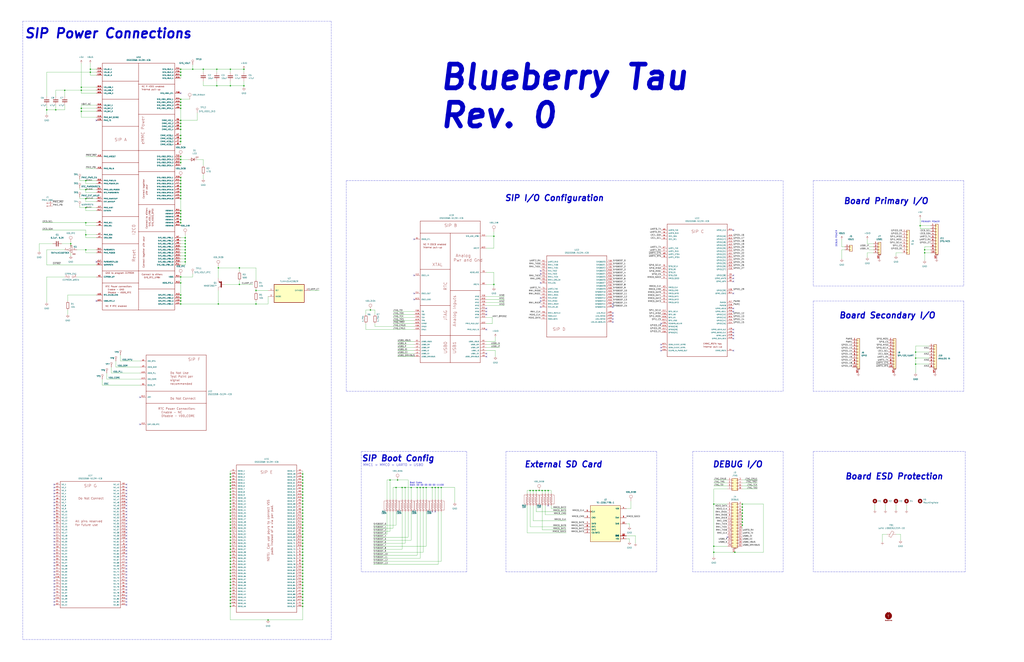
<source format=kicad_sch>
(kicad_sch (version 20211123) (generator eeschema)
  (paper "D")
  (title_block (title "Chickadee-1 Flight Computer") (date "2022-02-22") (rev "Rev 0") (company "Lowell Center for Space Science and Technology") (comment 1 "Designer: Sunip K. Mukherjee"))
  (lib_symbols
    (symbol "Connector:Conn_01x02_Male" (pin_names (offset 1.016) hide)
      (property "Reference" "J" (at 0 2.54 0))
      (property "Value" "Conn_01x02_Male" (at 0 -5.08 0))
      (symbol "Conn_01x02_Male_1_1"
        (pin passive line (at 5.08 0 180) (length 3.81) (name "Pin_1") (number "1"))
        (pin passive line (at 5.08 -2.54 180) (length 3.81) (name "Pin_2") (number "2"))
      )
    )
    (symbol "Connector:TestPoint" (pin_numbers hide) (pin_names (offset 0.762) hide)
      (property "Reference" "TP" (at 0 6.858 0))
      (property "Value" "TestPoint" (at 0 5.08 0))
      (symbol "TestPoint_1_1"
        (pin passive line (at 0 0 90) (length 2.54) (name "1") (number "1"))
      )
    )
    (symbol "Connector:TestPoint_2Pole" (pin_names (offset 0.762) hide)
      (property "Reference" "TP" (at 0 1.524 0))
      (property "Value" "TestPoint_2Pole" (at 0 -1.778 0))
      (symbol "TestPoint_2Pole_0_1"
        (pin passive line (at -5.08 0 0) (length 2.54) (name "1") (number "1"))
        (pin passive line (at 5.08 0 180) (length 2.54) (name "2") (number "2"))
      )
    )
    (symbol "Connector_Generic:Conn_01x02" (pin_names (offset 1.016) hide)
      (property "Reference" "J" (at 0 2.54 0))
      (property "Value" "Conn_01x02" (at 0 -5.08 0))
      (symbol "Conn_01x02_1_1"
        (pin passive line (at -5.08 0 0) (length 3.81) (name "Pin_1") (number "1"))
        (pin passive line (at -5.08 -2.54 0) (length 3.81) (name "Pin_2") (number "2"))
      )
    )
    (symbol "Connector_Generic:Conn_01x08" (pin_names (offset 1.016) hide)
      (property "Reference" "J" (at 0 10.16 0))
      (property "Value" "Conn_01x08" (at 0 -12.7 0))
      (symbol "Conn_01x08_1_1"
        (pin passive line (at -5.08 7.62 0) (length 3.81) (name "Pin_1") (number "1"))
        (pin passive line (at -5.08 5.08 0) (length 3.81) (name "Pin_2") (number "2"))
        (pin passive line (at -5.08 2.54 0) (length 3.81) (name "Pin_3") (number "3"))
        (pin passive line (at -5.08 0 0) (length 3.81) (name "Pin_4") (number "4"))
        (pin passive line (at -5.08 -2.54 0) (length 3.81) (name "Pin_5") (number "5"))
        (pin passive line (at -5.08 -5.08 0) (length 3.81) (name "Pin_6") (number "6"))
        (pin passive line (at -5.08 -7.62 0) (length 3.81) (name "Pin_7") (number "7"))
        (pin passive line (at -5.08 -10.16 0) (length 3.81) (name "Pin_8") (number "8"))
      )
    )
    (symbol "Connector_Generic:Conn_02x04_Odd_Even" (pin_names (offset 1.016) hide)
      (property "Reference" "J" (at 1.27 5.08 0))
      (property "Value" "Conn_02x04_Odd_Even" (at 1.27 -7.62 0))
      (symbol "Conn_02x04_Odd_Even_1_1"
        (pin passive line (at -5.08 2.54 0) (length 3.81) (name "Pin_1") (number "1"))
        (pin passive line (at 7.62 2.54 180) (length 3.81) (name "Pin_2") (number "2"))
        (pin passive line (at -5.08 0 0) (length 3.81) (name "Pin_3") (number "3"))
        (pin passive line (at 7.62 0 180) (length 3.81) (name "Pin_4") (number "4"))
        (pin passive line (at -5.08 -2.54 0) (length 3.81) (name "Pin_5") (number "5"))
        (pin passive line (at 7.62 -2.54 180) (length 3.81) (name "Pin_6") (number "6"))
        (pin passive line (at -5.08 -5.08 0) (length 3.81) (name "Pin_7") (number "7"))
        (pin passive line (at 7.62 -5.08 180) (length 3.81) (name "Pin_8") (number "8"))
      )
    )
    (symbol "Connector_Generic_MountingPin:Conn_01x04_MountingPin" (pin_names (offset 1.016) hide)
      (property "Reference" "J" (at 0 5.08 0))
      (property "Value" "Conn_01x04_MountingPin" (at 1.27 -7.62 0))
      (symbol "Conn_01x04_MountingPin_1_1"
        (text "Mounting" (at 0 -6.731 0) (effects (font (size 0.381 0.381))))
        (pin passive line (at -5.08 2.54 0) (length 3.81) (name "Pin_1") (number "1"))
        (pin passive line (at -5.08 0 0) (length 3.81) (name "Pin_2") (number "2"))
        (pin passive line (at -5.08 -2.54 0) (length 3.81) (name "Pin_3") (number "3"))
        (pin passive line (at -5.08 -5.08 0) (length 3.81) (name "Pin_4") (number "4"))
        (pin passive line (at 0 -10.16 90) (length 3.048) (name "MountPin") (number "MP"))
      )
    )
    (symbol "Connector_Generic_MountingPin:Conn_01x08_MountingPin" (pin_names (offset 1.016) hide)
      (property "Reference" "J" (at 0 10.16 0))
      (property "Value" "Conn_01x08_MountingPin" (at 1.27 -12.7 0))
      (symbol "Conn_01x08_MountingPin_1_1"
        (text "Mounting" (at 0 -11.811 0) (effects (font (size 0.381 0.381))))
        (pin passive line (at -5.08 7.62 0) (length 3.81) (name "Pin_1") (number "1"))
        (pin passive line (at -5.08 5.08 0) (length 3.81) (name "Pin_2") (number "2"))
        (pin passive line (at -5.08 2.54 0) (length 3.81) (name "Pin_3") (number "3"))
        (pin passive line (at -5.08 0 0) (length 3.81) (name "Pin_4") (number "4"))
        (pin passive line (at -5.08 -2.54 0) (length 3.81) (name "Pin_5") (number "5"))
        (pin passive line (at -5.08 -5.08 0) (length 3.81) (name "Pin_6") (number "6"))
        (pin passive line (at -5.08 -7.62 0) (length 3.81) (name "Pin_7") (number "7"))
        (pin passive line (at -5.08 -10.16 0) (length 3.81) (name "Pin_8") (number "8"))
        (pin passive line (at 0 -15.24 90) (length 3.048) (name "MountPin") (number "MP"))
      )
    )
    (symbol "Connector_Generic_MountingPin:Conn_01x10_MountingPin" (pin_names (offset 1.016) hide)
      (property "Reference" "J" (at 0 12.7 0))
      (property "Value" "Conn_01x10_MountingPin" (at 1.27 -15.24 0))
      (symbol "Conn_01x10_MountingPin_1_1"
        (text "Mounting" (at 0 -14.351 0) (effects (font (size 0.381 0.381))))
        (pin passive line (at -5.08 10.16 0) (length 3.81) (name "Pin_1") (number "1"))
        (pin passive line (at -5.08 -12.7 0) (length 3.81) (name "Pin_10") (number "10"))
        (pin passive line (at -5.08 7.62 0) (length 3.81) (name "Pin_2") (number "2"))
        (pin passive line (at -5.08 5.08 0) (length 3.81) (name "Pin_3") (number "3"))
        (pin passive line (at -5.08 2.54 0) (length 3.81) (name "Pin_4") (number "4"))
        (pin passive line (at -5.08 0 0) (length 3.81) (name "Pin_5") (number "5"))
        (pin passive line (at -5.08 -2.54 0) (length 3.81) (name "Pin_6") (number "6"))
        (pin passive line (at -5.08 -5.08 0) (length 3.81) (name "Pin_7") (number "7"))
        (pin passive line (at -5.08 -7.62 0) (length 3.81) (name "Pin_8") (number "8"))
        (pin passive line (at -5.08 -10.16 0) (length 3.81) (name "Pin_9") (number "9"))
        (pin passive line (at 0 -17.78 90) (length 3.048) (name "MountPin") (number "MP"))
      )
    )
    (symbol "Connector_Generic_MountingPin:Conn_02x15_Odd_Even_MountingPin" (pin_names (offset 1.016) hide)
      (property "Reference" "J" (at 1.27 20.32 0))
      (property "Value" "Conn_02x15_Odd_Even_MountingPin" (at 2.54 -20.32 0))
      (symbol "Conn_02x15_Odd_Even_MountingPin_1_1"
        (text "Mounting" (at 1.27 -19.431 0) (effects (font (size 0.381 0.381))))
        (pin passive line (at -5.08 17.78 0) (length 3.81) (name "Pin_1") (number "1"))
        (pin passive line (at 7.62 7.62 180) (length 3.81) (name "Pin_10") (number "10"))
        (pin passive line (at -5.08 5.08 0) (length 3.81) (name "Pin_11") (number "11"))
        (pin passive line (at 7.62 5.08 180) (length 3.81) (name "Pin_12") (number "12"))
        (pin passive line (at -5.08 2.54 0) (length 3.81) (name "Pin_13") (number "13"))
        (pin passive line (at 7.62 2.54 180) (length 3.81) (name "Pin_14") (number "14"))
        (pin passive line (at -5.08 0 0) (length 3.81) (name "Pin_15") (number "15"))
        (pin passive line (at 7.62 0 180) (length 3.81) (name "Pin_16") (number "16"))
        (pin passive line (at -5.08 -2.54 0) (length 3.81) (name "Pin_17") (number "17"))
        (pin passive line (at 7.62 -2.54 180) (length 3.81) (name "Pin_18") (number "18"))
        (pin passive line (at -5.08 -5.08 0) (length 3.81) (name "Pin_19") (number "19"))
        (pin passive line (at 7.62 17.78 180) (length 3.81) (name "Pin_2") (number "2"))
        (pin passive line (at 7.62 -5.08 180) (length 3.81) (name "Pin_20") (number "20"))
        (pin passive line (at -5.08 -7.62 0) (length 3.81) (name "Pin_21") (number "21"))
        (pin passive line (at 7.62 -7.62 180) (length 3.81) (name "Pin_22") (number "22"))
        (pin passive line (at -5.08 -10.16 0) (length 3.81) (name "Pin_23") (number "23"))
        (pin passive line (at 7.62 -10.16 180) (length 3.81) (name "Pin_24") (number "24"))
        (pin passive line (at -5.08 -12.7 0) (length 3.81) (name "Pin_25") (number "25"))
        (pin passive line (at 7.62 -12.7 180) (length 3.81) (name "Pin_26") (number "26"))
        (pin passive line (at -5.08 -15.24 0) (length 3.81) (name "Pin_27") (number "27"))
        (pin passive line (at 7.62 -15.24 180) (length 3.81) (name "Pin_28") (number "28"))
        (pin passive line (at -5.08 -17.78 0) (length 3.81) (name "Pin_29") (number "29"))
        (pin passive line (at -5.08 15.24 0) (length 3.81) (name "Pin_3") (number "3"))
        (pin passive line (at 7.62 -17.78 180) (length 3.81) (name "Pin_30") (number "30"))
        (pin passive line (at 7.62 15.24 180) (length 3.81) (name "Pin_4") (number "4"))
        (pin passive line (at -5.08 12.7 0) (length 3.81) (name "Pin_5") (number "5"))
        (pin passive line (at 7.62 12.7 180) (length 3.81) (name "Pin_6") (number "6"))
        (pin passive line (at -5.08 10.16 0) (length 3.81) (name "Pin_7") (number "7"))
        (pin passive line (at 7.62 10.16 180) (length 3.81) (name "Pin_8") (number "8"))
        (pin passive line (at -5.08 7.62 0) (length 3.81) (name "Pin_9") (number "9"))
        (pin passive line (at 1.27 -22.86 90) (length 3.048) (name "MountPin") (number "MP"))
      )
    )
    (symbol "Device:C" (pin_numbers hide) (pin_names (offset 0.254))
      (property "Reference" "C" (at 0.635 2.54 0))
      (property "Value" "C" (at 0.635 -2.54 0))
      (symbol "C_1_1"
        (pin passive line (at 0 3.81 270) (length 2.794) (name "~") (number "1"))
        (pin passive line (at 0 -3.81 90) (length 2.794) (name "~") (number "2"))
      )
    )
    (symbol "Device:FerriteBead" (pin_numbers hide) (pin_names (offset 0))
      (property "Reference" "FB" (at -3.81 0.635 90))
      (property "Value" "FerriteBead" (at 3.81 0 90))
      (symbol "FerriteBead_1_1"
        (pin passive line (at 0 3.81 270) (length 2.54) (name "~") (number "1"))
        (pin passive line (at 0 -3.81 90) (length 2.54) (name "~") (number "2"))
      )
    )
    (symbol "Device:LED" (pin_numbers hide) (pin_names (offset 1.016) hide)
      (property "Reference" "D" (at 0 2.54 0))
      (property "Value" "LED" (at 0 -2.54 0))
      (symbol "LED_1_1"
        (pin passive line (at -3.81 0 0) (length 2.54) (name "K") (number "1"))
        (pin passive line (at 3.81 0 180) (length 2.54) (name "A") (number "2"))
      )
    )
    (symbol "Device:R" (pin_numbers hide) (pin_names (offset 0))
      (property "Reference" "R" (at 2.032 0 90))
      (property "Value" "R" (at 0 0 90))
      (symbol "R_1_1"
        (pin passive line (at 0 3.81 270) (length 1.27) (name "~") (number "1"))
        (pin passive line (at 0 -3.81 90) (length 1.27) (name "~") (number "2"))
      )
    )
    (symbol "Mechanical:MountingHole" (pin_names (offset 1.016))
      (property "Reference" "H" (at 0 5.08 0))
      (property "Value" "MountingHole" (at 0 3.175 0))
    )
    (symbol "Mechanical:MountingHole_Pad" (pin_numbers hide) (pin_names (offset 1.016) hide)
      (property "Reference" "H" (at 0 6.35 0))
      (property "Value" "MountingHole_Pad" (at 0 4.445 0))
      (symbol "MountingHole_Pad_1_1"
        (pin input line (at 0 -2.54 90) (length 2.54) (name "1") (number "1"))
      )
    )
    (symbol "ProjectSyms:BlueberryTau_Logo" (pin_names (offset 1.016)))
    (symbol "ProjectSyms:MMBT2907*" (pin_numbers hide) (pin_names (offset 1.016) hide)
      (property "Reference" "Q" (at -10.16 7.62 0))
      (property "Value" "MMBT2907*" (at -10.1854 5.08 0))
      (symbol "MMBT2907*_0_0"
        (pin passive line (at -2.54 0 0) (length 2.54) (name "B") (number "1"))
        (pin passive line (at 2.54 5.08 270) (length 2.54) (name "E") (number "2"))
        (pin passive line (at 2.54 -5.08 90) (length 2.54) (name "C") (number "3"))
      )
    )
    (symbol "ProjectSyms:OSD3358-512M-ICB" (pin_names (offset 1.016))
      (property "Reference" "U" (at 0 210.82 0))
      (property "Value" "OSD3358-512M-ICB" (at 0 -2.54 0))
      (symbol "OSD3358-512M-ICB_1_0"
        (text "   with pour" (at 38.1 93.98 900) (effects (font (size 1.27 1.27)) (justify left bottom)))
        (text "  Disable - VDDS_RTC" (at 2.54 13.97 0) (effects (font (size 1.27 1.27)) (justify left bottom)))
        (text "  Enable - GND" (at 2.54 16.51 0) (effects (font (size 1.27 1.27)) (justify left bottom)))
        (text "  SYS_RTC_1P8V" (at 33.02 26.67 0) (effects (font (size 1.27 1.27)) (justify left bottom)))
        (text "  SYS_VDD3_3P3V" (at 43.18 68.58 900) (effects (font (size 1.27 1.27)) (justify left bottom)))
        (text "  SYS_VDD_1P8V" (at 40.64 68.58 900) (effects (font (size 1.27 1.27)) (justify left bottom)))
        (text "Connect to either:" (at 33.02 29.21 0) (effects (font (size 1.27 1.27)) (justify left bottom)))
        (text "Connect to either:" (at 38.1 68.58 900) (effects (font (size 1.27 1.27)) (justify left bottom)))
        (text "Connect together" (at 35.56 93.98 900) (effects (font (size 1.27 1.27)) (justify left bottom)))
        (text "Connect together with pour" (at 35.56 35.56 900) (effects (font (size 1.27 1.27)) (justify left bottom)))
        (text "eMMC Power" (at 35.56 139.7 900) (effects (font (size 2.54 2.54)) (justify left bottom)))
        (text "GND to program EEPROM" (at 2.54 30.48 0) (effects (font (size 1.27 1.27)) (justify left bottom)))
        (text "I2C0" (at 27.94 63.5 900) (effects (font (size 2.54 2.54)) (justify left bottom)))
        (text "internal pull-up" (at 33.02 185.42 0) (effects (font (size 1.27 1.27)) (justify left bottom)))
        (text "NC if RTC enabled" (at 2.54 2.54 0) (effects (font (size 1.27 1.27)) (justify left bottom)))
        (text "NC if VDD1 enabled " (at 33.02 187.96 0) (effects (font (size 1.27 1.27)) (justify left bottom)))
        (text "Reset" (at 27.94 40.64 900) (effects (font (size 2.54 2.54)) (justify left bottom)))
        (text "RTC Power connection:" (at 2.54 19.05 0) (effects (font (size 1.27 1.27)) (justify left bottom)))
        (text "SIP A" (at 10.16 142.24 0) (effects (font (size 2.54 2.54)) (justify left bottom)))
        (pin bidirectional line (at -5.08 119.38 0) (length 5.08) (name "PMIC_PB_IN") (number "A18"))
        (pin bidirectional line (at -5.08 129.54 0) (length 5.08) (name "PMIC_NRESET") (number "A19"))
        (pin bidirectional line (at -5.08 38.1 0) (length 5.08) (name "WARMRSTN") (number "B17"))
        (pin power_in line (at -5.08 187.96 0) (length 5.08) (name "VIN_USB_1") (number "B18"))
        (pin power_in line (at -5.08 185.42 0) (length 5.08) (name "VIN_USB_2") (number "B19"))
        (pin power_in line (at -5.08 182.88 0) (length 5.08) (name "VIN_USB_3") (number "B20"))
        (pin bidirectional line (at -5.08 40.64 0) (length 5.08) (name "PWRONRSTN_OD") (number "C17"))
        (pin power_in line (at -5.08 203.2 0) (length 5.08) (name "VIN_AC_1") (number "C18"))
        (pin power_in line (at -5.08 200.66 0) (length 5.08) (name "VIN_AC_2") (number "C19"))
        (pin power_in line (at -5.08 198.12 0) (length 5.08) (name "VIN_AC_3") (number "C20"))
        (pin input line (at -5.08 109.22 0) (length 5.08) (name "PMIC_PWR_EN") (number "D10"))
        (pin bidirectional line (at -5.08 50.8 0) (length 5.08) (name "PWRONRSTN") (number "D11"))
        (pin output line (at -5.08 48.26 0) (length 5.08) (name "PMIC_PGOOD") (number "D12"))
        (pin bidirectional line (at -5.08 99.06 0) (length 5.08) (name "RTC_PWRONRSTN") (number "D13"))
        (pin output line (at -5.08 101.6 0) (length 5.08) (name "PMIC_LDO_PGOOD") (number "D14"))
        (pin power_in line (at -5.08 172.72 0) (length 5.08) (name "VIN_BAT_1") (number "D18"))
        (pin power_in line (at -5.08 170.18 0) (length 5.08) (name "VIN_BAT_2") (number "D19"))
        (pin power_in line (at -5.08 167.64 0) (length 5.08) (name "VIN_BAT_3") (number "D20"))
        (pin output line (at -5.08 106.68 0) (length 5.08) (name "PMIC_POWER_EN") (number "D9"))
        (pin bidirectional line (at -5.08 162.56 0) (length 5.08) (name "PMIC_BAT_SENSE") (number "E19"))
        (pin bidirectional line (at -5.08 160.02 0) (length 5.08) (name "PMIC_TS") (number "E20"))
        (pin power_in line (at 66.04 129.54 180) (length 5.08) (name "SYS_VDD2_3P3V_1") (number "F12"))
        (pin power_in line (at 66.04 127 180) (length 5.08) (name "SYS_VDD2_3P3V_2") (number "F13"))
        (pin power_in line (at 66.04 203.2 180) (length 5.08) (name "SYS_VOUT_1") (number "F14"))
        (pin power_in line (at 66.04 200.66 180) (length 5.08) (name "SYS_VOUT_2") (number "F15"))
        (pin bidirectional line (at 66.04 182.88 180) (length 5.08) (name "SYS_VDD1_CTL") (number "F18"))
        (pin bidirectional line (at 66.04 160.02 180) (length 5.08) (name "EMMC_VCC_1") (number "F8"))
        (pin bidirectional line (at 66.04 157.48 180) (length 5.08) (name "EMMC_VCC_2") (number "F9"))
        (pin power_in line (at 66.04 124.46 180) (length 5.08) (name "SYS_VDD2_3P3V_3") (number "G12"))
        (pin power_in line (at 66.04 121.92 180) (length 5.08) (name "SYS_VDD2_3P3V_4") (number "G13"))
        (pin power_in line (at 66.04 198.12 180) (length 5.08) (name "SYS_VOUT_3") (number "G14"))
        (pin power_in line (at 66.04 195.58 180) (length 5.08) (name "SYS_VOUT_4") (number "G15"))
        (pin output line (at -5.08 93.98 0) (length 5.08) (name "PMIC_NWAKEUP") (number "G17"))
        (pin bidirectional line (at 66.04 154.94 180) (length 5.08) (name "EMMC_VCC_3") (number "G8"))
        (pin bidirectional line (at 66.04 152.4 180) (length 5.08) (name "EMMC_VCC_4") (number "G9"))
        (pin power_in line (at 66.04 177.8 180) (length 5.08) (name "SYS_VDD1_3P3V_1") (number "H14"))
        (pin power_in line (at 66.04 175.26 180) (length 5.08) (name "SYS_VDD1_3P3V_2") (number "H15"))
        (pin bidirectional line (at -5.08 91.44 0) (length 5.08) (name "EXT_WAKEUP") (number "H17"))
        (pin bidirectional line (at 66.04 147.32 180) (length 5.08) (name "EMMC_VCCQ_1") (number "H7"))
        (pin bidirectional line (at 66.04 144.78 180) (length 5.08) (name "EMMC_VCCQ_2") (number "H8"))
        (pin power_in line (at 66.04 172.72 180) (length 5.08) (name "SYS_VDD1_3P3V_3") (number "J14"))
        (pin power_in line (at 66.04 170.18 180) (length 5.08) (name "SYS_VDD1_3P3V_4") (number "J15"))
        (pin output line (at -5.08 86.36 0) (length 5.08) (name "PMIC_NINT") (number "J17"))
        (pin bidirectional line (at 66.04 142.24 180) (length 5.08) (name "EMMC_VCCQ_3") (number "J7"))
        (pin bidirectional line (at 66.04 139.7 180) (length 5.08) (name "EMMC_VCCQ_4") (number "J8"))
        (pin power_in line (at 66.04 111.76 180) (length 5.08) (name "SYS_VDD3_3P3V_1") (number "K10"))
        (pin power_in line (at 66.04 109.22 180) (length 5.08) (name "SYS_VDD3_3P3V_2") (number "K11"))
        (pin power_in line (at 66.04 12.7 180) (length 5.08) (name "SYS_RTC_1P8V_1") (number "K13"))
        (pin power_in line (at 66.04 10.16 180) (length 5.08) (name "SYS_RTC_1P8V_2") (number "K14"))
        (pin bidirectional line (at -5.08 83.82 0) (length 5.08) (name "EXTINTN") (number "K17"))
        (pin power_in line (at 66.04 99.06 180) (length 5.08) (name "SYS_VDD3_3P3V_6") (number "L10"))
        (pin power_in line (at 66.04 96.52 180) (length 5.08) (name "SYS_VDD3_3P3V_7") (number "L11"))
        (pin power_in line (at 66.04 93.98 180) (length 5.08) (name "SYS_VDD3_3P3V_8") (number "L12"))
        (pin power_in line (at 66.04 7.62 180) (length 5.08) (name "SYS_RTC_1P8V_3") (number "L13"))
        (pin power_in line (at 66.04 5.08 180) (length 5.08) (name "SYS_RTC_1P8V_4") (number "L14"))
        (pin power_in line (at 66.04 106.68 180) (length 5.08) (name "SYS_VDD3_3P3V_3") (number "L7"))
        (pin power_in line (at 66.04 104.14 180) (length 5.08) (name "SYS_VDD3_3P3V_4") (number "L8"))
        (pin power_in line (at 66.04 101.6 180) (length 5.08) (name "SYS_VDD3_3P3V_5") (number "L9"))
        (pin power_in line (at 66.04 81.28 180) (length 5.08) (name "VDDSHV2") (number "M10"))
        (pin power_in line (at 66.04 83.82 180) (length 5.08) (name "VDDSHV1") (number "M11"))
        (pin power_in line (at 66.04 71.12 180) (length 5.08) (name "VDDSHV6") (number "M12"))
        (pin bidirectional line (at 66.04 22.86 180) (length 5.08) (name "VDDS_RTC_1") (number "M13"))
        (pin bidirectional line (at 66.04 27.94 180) (length 5.08) (name "VDDS") (number "M14"))
        (pin bidirectional line (at -5.08 27.94 0) (length 5.08) (name "EEPROM_WP") (number "M2"))
        (pin power_in line (at 66.04 76.2 180) (length 5.08) (name "VDDSHV4") (number "M7"))
        (pin power_in line (at 66.04 73.66 180) (length 5.08) (name "VDDSHV5") (number "M8"))
        (pin power_in line (at 66.04 78.74 180) (length 5.08) (name "VDDSHV3") (number "M9"))
        (pin power_in line (at 66.04 53.34 180) (length 5.08) (name "SYS_VDD_1P8V_4") (number "N10"))
        (pin power_in line (at 66.04 50.8 180) (length 5.08) (name "SYS_VDD_1P8V_5") (number "N11"))
        (pin power_in line (at 66.04 48.26 180) (length 5.08) (name "SYS_VDD_1P8V_6") (number "N12"))
        (pin power_in line (at 66.04 45.72 180) (length 5.08) (name "SYS_VDD_1P8V_7") (number "N13"))
        (pin power_in line (at 66.04 43.18 180) (length 5.08) (name "SYS_VDD_1P8V_8") (number "N14"))
        (pin power_in line (at 66.04 60.96 180) (length 5.08) (name "SYS_VDD_1P8V_1") (number "N7"))
        (pin power_in line (at 66.04 58.42 180) (length 5.08) (name "SYS_VDD_1P8V_2") (number "N8"))
        (pin power_in line (at 66.04 55.88 180) (length 5.08) (name "SYS_VDD_1P8V_3") (number "N9"))
        (pin power_in line (at 66.04 40.64 180) (length 5.08) (name "SYS_VDD_1P8V_9") (number "P10"))
        (pin power_in line (at 66.04 38.1 180) (length 5.08) (name "SYS_VDD_1P8V_10") (number "P11"))
        (pin bidirectional line (at -5.08 7.62 0) (length 5.08) (name "VDDS_RTC_2") (number "U14"))
        (pin bidirectional line (at -5.08 12.7 0) (length 5.08) (name "RTC_KALDO_ENN") (number "U15"))
        (pin bidirectional line (at -5.08 63.5 0) (length 5.08) (name "PMIC_SDA") (number "U7"))
        (pin bidirectional line (at -5.08 73.66 0) (length 5.08) (name "PMIC_SCL") (number "U8"))
        (pin bidirectional line (at -5.08 60.96 0) (length 5.08) (name "I2C0_SDA") (number "V7"))
        (pin bidirectional line (at -5.08 71.12 0) (length 5.08) (name "I2C0_SCL") (number "V8"))
      )
      (symbol "OSD3358-512M-ICB_2_0"
        (text " Analog " (at 27.94 88.9 0) (effects (font (size 2.54 2.54)) (justify left bottom)))
        (text "Analog Inputs" (at 30.48 30.48 900) (effects (font (size 2.54 2.54)) (justify left bottom)))
        (text "internal pull-up" (at 2.54 96.52 0) (effects (font (size 1.27 1.27)) (justify left bottom)))
        (text "JTAG" (at 22.86 35.56 900) (effects (font (size 2.54 2.54)) (justify left bottom)))
        (text "NC if OSC0 enabled " (at 2.54 99.06 0) (effects (font (size 1.27 1.27)) (justify left bottom)))
        (text "Pwr and Gnd" (at 27.94 85.09 0) (effects (font (size 2.54 2.54)) (justify left bottom)))
        (text "RTC" (at 22.86 60.96 900) (effects (font (size 2.54 2.54)) (justify left bottom)))
        (text "SIP B" (at 20.32 114.3 0) (effects (font (size 2.54 2.54)) (justify left bottom)))
        (text "USB0" (at 22.86 7.62 900) (effects (font (size 2.54 2.54)) (justify left bottom)))
        (text "USB1" (at 30.48 7.62 900) (effects (font (size 2.54 2.54)) (justify left bottom)))
        (text "XTAL" (at 10.16 81.28 0) (effects (font (size 2.54 2.54)) (justify left bottom)))
        (pin bidirectional line (at 55.88 27.94 180) (length 5.08) (name "PMIC_MUX_IN") (number "F19"))
        (pin bidirectional line (at 55.88 17.78 180) (length 5.08) (name "USB1_VBUS") (number "H1"))
        (pin bidirectional line (at 55.88 15.24 180) (length 5.08) (name "USB1_DM") (number "H2"))
        (pin bidirectional line (at 55.88 5.08 180) (length 5.08) (name "USB1_DRVVBUS") (number "H3"))
        (pin bidirectional line (at 55.88 10.16 180) (length 5.08) (name "USB1_ID") (number "J1"))
        (pin bidirectional line (at 55.88 12.7 180) (length 5.08) (name "USB1_DP") (number "J2"))
        (pin bidirectional line (at 55.88 7.62 180) (length 5.08) (name "USB1_CE") (number "J3"))
        (pin bidirectional line (at -5.08 17.78 0) (length 5.08) (name "USB0_VBUS") (number "K1"))
        (pin bidirectional line (at -5.08 15.24 0) (length 5.08) (name "USB0_DM") (number "K2"))
        (pin bidirectional line (at -5.08 5.08 0) (length 5.08) (name "USB0_DRVVBUS") (number "K3"))
        (pin bidirectional line (at -5.08 10.16 0) (length 5.08) (name "USB0_ID") (number "L1"))
        (pin bidirectional line (at -5.08 12.7 0) (length 5.08) (name "USB0_DP") (number "L2"))
        (pin bidirectional line (at -5.08 7.62 0) (length 5.08) (name "USB0_CE") (number "L3"))
        (pin bidirectional line (at -5.08 104.14 0) (length 5.08) (name "OSC0_CTL") (number "M1"))
        (pin bidirectional line (at 55.88 33.02 180) (length 5.08) (name "PMIC_MUX_OUT") (number "U12"))
        (pin bidirectional line (at 55.88 50.8 180) (length 5.08) (name "AIN2") (number "V10"))
        (pin bidirectional line (at 55.88 40.64 180) (length 5.08) (name "AIN6") (number "V11"))
        (pin bidirectional line (at 55.88 38.1 180) (length 5.08) (name "AIN7") (number "V12"))
        (pin bidirectional line (at -5.08 30.48 0) (length 5.08) (name "EMU0") (number "V18"))
        (pin bidirectional line (at -5.08 27.94 0) (length 5.08) (name "EMU1") (number "V19"))
        (pin bidirectional line (at 55.88 48.26 180) (length 5.08) (name "AIN3") (number "V9"))
        (pin bidirectional line (at 55.88 53.34 180) (length 5.08) (name "AIN1") (number "W10"))
        (pin bidirectional line (at 55.88 43.18 180) (length 5.08) (name "AIN5") (number "W11"))
        (pin bidirectional line (at 55.88 96.52 180) (length 5.08) (name "VREFP") (number "W12"))
        (pin bidirectional line (at -5.08 53.34 0) (length 5.08) (name "OSC1_GND") (number "W13"))
        (pin bidirectional line (at -5.08 40.64 0) (length 5.08) (name "TDO") (number "W18"))
        (pin bidirectional line (at -5.08 35.56 0) (length 5.08) (name "TMS") (number "W19"))
        (pin bidirectional line (at -5.08 33.02 0) (length 5.08) (name "NTRST") (number "W20"))
        (pin bidirectional line (at 55.88 66.04 180) (length 5.08) (name "VREFN") (number "W9"))
        (pin bidirectional line (at 55.88 55.88 180) (length 5.08) (name "AIN0") (number "Y10"))
        (pin bidirectional line (at 55.88 45.72 180) (length 5.08) (name "AIN4") (number "Y11"))
        (pin bidirectional line (at 55.88 106.68 180) (length 5.08) (name "SYS_ADC_1P8V") (number "Y12"))
        (pin bidirectional line (at -5.08 73.66 0) (length 5.08) (name "OSC1_IN") (number "Y13"))
        (pin bidirectional line (at -5.08 58.42 0) (length 5.08) (name "OSC1_OUT") (number "Y14"))
        (pin bidirectional line (at -5.08 43.18 0) (length 5.08) (name "TDI") (number "Y18"))
        (pin bidirectional line (at -5.08 38.1 0) (length 5.08) (name "TCK") (number "Y19"))
        (pin bidirectional line (at 55.88 76.2 180) (length 5.08) (name "AGND_ADC") (number "Y9"))
      )
      (symbol "OSD3358-512M-ICB_3_0"
        (text "EMMC_RSTN has " (at 30.48 10.16 0) (effects (font (size 1.27 1.27)) (justify left bottom)))
        (text "internal pull-up" (at 30.48 7.62 0) (effects (font (size 1.27 1.27)) (justify left bottom)))
        (text "SIP C" (at 20.32 104.14 0) (effects (font (size 2.54 2.54)) (justify left bottom)))
        (pin bidirectional line (at 55.88 78.74 180) (length 5.08) (name "GPIO1[25]") (number "A10"))
        (pin bidirectional line (at 55.88 86.36 180) (length 5.08) (name "GPIO1[22]") (number "A11"))
        (pin bidirectional line (at 55.88 93.98 180) (length 5.08) (name "GPIO1[19]") (number "A12"))
        (pin bidirectional line (at 55.88 101.6 180) (length 5.08) (name "GPIO1[16]") (number "A13"))
        (pin bidirectional line (at 55.88 106.68 180) (length 5.08) (name "GPMC_CLK") (number "A14"))
        (pin bidirectional line (at 55.88 30.48 180) (length 5.08) (name "GPIO1[14]") (number "A15"))
        (pin bidirectional line (at 55.88 38.1 180) (length 5.08) (name "GPMC_AD11") (number "A16"))
        (pin bidirectional line (at 55.88 45.72 180) (length 5.08) (name "PWM2A") (number "A17"))
        (pin bidirectional line (at 55.88 5.08 180) (length 5.08) (name "EMMC_RSTN") (number "A4"))
        (pin bidirectional line (at 55.88 63.5 180) (length 5.08) (name "GPMC_WPN") (number "A9"))
        (pin bidirectional line (at 55.88 76.2 180) (length 5.08) (name "GPIO1[26]") (number "B10"))
        (pin bidirectional line (at 55.88 83.82 180) (length 5.08) (name "GPIO1[23]") (number "B11"))
        (pin bidirectional line (at 55.88 91.44 180) (length 5.08) (name "GPIO1[20]") (number "B12"))
        (pin bidirectional line (at 55.88 99.06 180) (length 5.08) (name "GPIO1[17]") (number "B13"))
        (pin bidirectional line (at 55.88 53.34 180) (length 5.08) (name "GPMC_CSN3") (number "B14"))
        (pin bidirectional line (at 55.88 33.02 180) (length 5.08) (name "GPIO1[13]") (number "B15"))
        (pin bidirectional line (at 55.88 40.64 180) (length 5.08) (name "GPMC_AD10") (number "B16"))
        (pin bidirectional line (at 55.88 66.04 180) (length 5.08) (name "GPMC_WAIT0") (number "B9"))
        (pin bidirectional line (at 55.88 73.66 180) (length 5.08) (name "GPIO1[27]") (number "C10"))
        (pin bidirectional line (at 55.88 81.28 180) (length 5.08) (name "GPIO1[24]") (number "C11"))
        (pin bidirectional line (at 55.88 88.9 180) (length 5.08) (name "GPIO1[21]") (number "C12"))
        (pin bidirectional line (at 55.88 96.52 180) (length 5.08) (name "GPIO1[18]") (number "C13"))
        (pin bidirectional line (at 55.88 27.94 180) (length 5.08) (name "GPIO1[15]") (number "C14"))
        (pin bidirectional line (at 55.88 35.56 180) (length 5.08) (name "GPIO1[12]") (number "C15"))
        (pin bidirectional line (at 55.88 43.18 180) (length 5.08) (name "PWM2B") (number "C16"))
        (pin bidirectional line (at 55.88 68.58 180) (length 5.08) (name "GPIO1[28]") (number "C9"))
        (pin bidirectional line (at 55.88 17.78 180) (length 5.08) (name "GPMC_WEN") (number "K18"))
        (pin bidirectional line (at 55.88 15.24 180) (length 5.08) (name "GPMC_OEN_REN") (number "K19"))
        (pin bidirectional line (at 55.88 55.88 180) (length 5.08) (name "GPIO1[29]") (number "K20"))
        (pin bidirectional line (at 55.88 22.86 180) (length 5.08) (name "GPMC_ADVN_ALE") (number "L19"))
        (pin bidirectional line (at 55.88 20.32 180) (length 5.08) (name "GPMC_BEN0_CLE") (number "L20"))
        (pin bidirectional line (at -5.08 7.62 0) (length 5.08) (name "XDMA_EVENT_INTR1") (number "V14"))
        (pin bidirectional line (at -5.08 5.08 0) (length 5.08) (name "ECAP0_IN_PWM0_OUT") (number "V15"))
        (pin bidirectional line (at -5.08 20.32 0) (length 5.08) (name "GPIO3[21]") (number "V16"))
        (pin bidirectional line (at -5.08 22.86 0) (length 5.08) (name "GPIO3[20]") (number "V17"))
        (pin bidirectional line (at -5.08 48.26 0) (length 5.08) (name "MMC0_DAT2") (number "V2"))
        (pin bidirectional line (at -5.08 50.8 0) (length 5.08) (name "MMC0_DAT1") (number "V3"))
        (pin bidirectional line (at -5.08 66.04 0) (length 5.08) (name "MMC0_SDCD") (number "V4"))
        (pin bidirectional line (at -5.08 99.06 0) (length 5.08) (name "I2C1_SCL") (number "V5"))
        (pin bidirectional line (at -5.08 101.6 0) (length 5.08) (name "I2C1_SDA") (number "V6"))
        (pin bidirectional line (at -5.08 10.16 0) (length 5.08) (name "XDMA_EVENT_INTR0") (number "W14"))
        (pin bidirectional line (at -5.08 25.4 0) (length 5.08) (name "GPIO3[19]") (number "W15"))
        (pin bidirectional line (at -5.08 33.02 0) (length 5.08) (name "SPI1_D1") (number "W16"))
        (pin bidirectional line (at -5.08 30.48 0) (length 5.08) (name "SPI1_CS0") (number "W17"))
        (pin bidirectional line (at -5.08 55.88 0) (length 5.08) (name "MMC0_CMD") (number "W2"))
        (pin bidirectional line (at -5.08 58.42 0) (length 5.08) (name "MMC0_CLK") (number "W3"))
        (pin bidirectional line (at -5.08 71.12 0) (length 5.08) (name "SPI0_D1") (number "W4"))
        (pin bidirectional line (at -5.08 73.66 0) (length 5.08) (name "SPI0_D0") (number "W5"))
        (pin bidirectional line (at -5.08 106.68 0) (length 5.08) (name "UART0_TXD") (number "W6"))
        (pin bidirectional line (at -5.08 91.44 0) (length 5.08) (name "UART1_TXD") (number "W7"))
        (pin bidirectional line (at -5.08 86.36 0) (length 5.08) (name "UART1_CTSN") (number "W8"))
        (pin bidirectional line (at -5.08 27.94 0) (length 5.08) (name "MCASP0_ACLKR") (number "Y15"))
        (pin bidirectional line (at -5.08 35.56 0) (length 5.08) (name "SPI1_D0") (number "Y16"))
        (pin bidirectional line (at -5.08 38.1 0) (length 5.08) (name "SPI1_SCLK") (number "Y17"))
        (pin bidirectional line (at -5.08 45.72 0) (length 5.08) (name "MMC0_DAT3") (number "Y2"))
        (pin bidirectional line (at -5.08 53.34 0) (length 5.08) (name "MMC0_DAT0") (number "Y3"))
        (pin bidirectional line (at -5.08 68.58 0) (length 5.08) (name "SPI0_CS0") (number "Y4"))
        (pin bidirectional line (at -5.08 76.2 0) (length 5.08) (name "SPI0_SCLK") (number "Y5"))
        (pin bidirectional line (at -5.08 104.14 0) (length 5.08) (name "UART0_RXD") (number "Y6"))
        (pin bidirectional line (at -5.08 88.9 0) (length 5.08) (name "UART1_RXD") (number "Y7"))
        (pin bidirectional line (at -5.08 83.82 0) (length 5.08) (name "UART1_RTSN") (number "Y8"))
      )
      (symbol "OSD3358-512M-ICB_4_0"
        (text "SIP D" (at 5.08 5.08 0) (effects (font (size 2.54 2.54)) (justify left bottom)))
        (pin bidirectional line (at 55.88 25.4 180) (length 5.08) (name "SYSBOOT15") (number "L18"))
        (pin bidirectional line (at 55.88 33.02 180) (length 5.08) (name "SYSBOOT12") (number "M18"))
        (pin bidirectional line (at 55.88 30.48 180) (length 5.08) (name "SYSBOOT13") (number "M19"))
        (pin bidirectional line (at 55.88 27.94 180) (length 5.08) (name "SYSBOOT14") (number "M20"))
        (pin bidirectional line (at -5.08 20.32 0) (length 5.08) (name "RMII1_REFCLK") (number "M3"))
        (pin bidirectional line (at -5.08 63.5 0) (length 5.08) (name "UART2_RXD") (number "N1"))
        (pin bidirectional line (at 55.88 40.64 180) (length 5.08) (name "SYSBOOT9") (number "N18"))
        (pin bidirectional line (at 55.88 38.1 180) (length 5.08) (name "SYSBOOT10") (number "N19"))
        (pin bidirectional line (at -5.08 60.96 0) (length 5.08) (name "RMII1_TXD0") (number "N2"))
        (pin bidirectional line (at 55.88 35.56 180) (length 5.08) (name "SYSBOOT11") (number "N20"))
        (pin bidirectional line (at -5.08 58.42 0) (length 5.08) (name "RMII1_TXD1") (number "N3"))
        (pin bidirectional line (at -5.08 55.88 0) (length 5.08) (name "MII1_TXD2") (number "P1"))
        (pin bidirectional line (at 55.88 48.26 180) (length 5.08) (name "SYSBOOT6") (number "P18"))
        (pin bidirectional line (at 55.88 45.72 180) (length 5.08) (name "SYSBOOT7") (number "P19"))
        (pin bidirectional line (at -5.08 53.34 0) (length 5.08) (name "MII1_TXD3") (number "P2"))
        (pin bidirectional line (at 55.88 43.18 180) (length 5.08) (name "SYSBOOT8") (number "P20"))
        (pin bidirectional line (at -5.08 50.8 0) (length 5.08) (name "RMII1_TXEN") (number "P3"))
        (pin bidirectional line (at -5.08 25.4 0) (length 5.08) (name "MII1_RX_DV") (number "R1"))
        (pin bidirectional line (at 55.88 55.88 180) (length 5.08) (name "SYSBOOT3") (number "R18"))
        (pin bidirectional line (at 55.88 53.34 180) (length 5.08) (name "SYSBOOT4") (number "R19"))
        (pin bidirectional line (at -5.08 45.72 0) (length 5.08) (name "MII1_COL") (number "R2"))
        (pin bidirectional line (at 55.88 50.8 180) (length 5.08) (name "SYSBOOT5") (number "R20"))
        (pin bidirectional line (at -5.08 48.26 0) (length 5.08) (name "RMII1_CRS_DV") (number "R3"))
        (pin bidirectional line (at -5.08 40.64 0) (length 5.08) (name "UART2_TXD") (number "T1"))
        (pin bidirectional line (at 55.88 63.5 180) (length 5.08) (name "SYSBOOT0") (number "T18"))
        (pin bidirectional line (at 55.88 60.96 180) (length 5.08) (name "SYSBOOT1") (number "T19"))
        (pin bidirectional line (at -5.08 27.94 0) (length 5.08) (name "RMII1_RXER") (number "T2"))
        (pin bidirectional line (at 55.88 58.42 180) (length 5.08) (name "SYSBOOT2") (number "T20"))
        (pin bidirectional line (at -5.08 38.1 0) (length 5.08) (name "RMII1_RXD0") (number "T3"))
        (pin bidirectional line (at -5.08 35.56 0) (length 5.08) (name "RMII1_RXD1") (number "U1"))
        (pin bidirectional line (at 55.88 17.78 180) (length 5.08) (name "LCD_VSYNC") (number "U18"))
        (pin bidirectional line (at 55.88 15.24 180) (length 5.08) (name "LCD_HSYNC") (number "U19"))
        (pin bidirectional line (at -5.08 33.02 0) (length 5.08) (name "MII1_RXD2") (number "U2"))
        (pin bidirectional line (at 55.88 20.32 180) (length 5.08) (name "LCD_PCLK") (number "U20"))
        (pin bidirectional line (at -5.08 30.48 0) (length 5.08) (name "MII1_RXD3") (number "U3"))
        (pin bidirectional line (at -5.08 15.24 0) (length 5.08) (name "MDIO_DATA") (number "V1"))
        (pin bidirectional line (at 55.88 12.7 180) (length 5.08) (name "LCD_AC_BIAS_EN") (number "V20"))
        (pin bidirectional line (at -5.08 17.78 0) (length 5.08) (name "MDIO_CLK") (number "W1"))
      )
      (symbol "OSD3358-512M-ICB_5_0"
        (text "  Disable - VDD_CORE" (at 10.16 11.176 0) (effects (font (size 1.778 1.778)) (justify left bottom)))
        (text "  Enable - NC" (at 10.16 14.224 0) (effects (font (size 1.778 1.778)) (justify left bottom)))
        (text "Do Not Connect" (at 20.32 27.94 0) (effects (font (size 1.778 1.778)) (justify left top)))
        (text "Do Not Use" (at 20.32 49.53 0) (effects (font (size 1.778 1.778)) (justify left top)))
        (text "recommended" (at 20.32 40.386 0) (effects (font (size 1.778 1.778)) (justify left top)))
        (text "RTC Power Connection:" (at 10.16 17.272 0) (effects (font (size 1.778 1.778)) (justify left bottom)))
        (text "signal " (at 20.32 43.434 0) (effects (font (size 1.778 1.778)) (justify left top)))
        (text "SIP F" (at 40.64 58.42 0) (effects (font (size 2.54 2.54)) (justify bottom)))
        (text "Test Point per " (at 20.32 46.482 0) (effects (font (size 1.778 1.778)) (justify left top)))
        (pin output line (at -5.08 38.1 0) (length 5.08) (name "OSC0_TP") (number "M6"))
        (pin bidirectional line (at -5.08 27.94 0) (length 5.08) (name "VPP") (number "R13"))
        (pin output line (at -5.08 48.26 0) (length 5.08) (name "VDDS_PLL") (number "U10"))
        (pin output line (at -5.08 43.18 0) (length 5.08) (name "VDD_CORE") (number "U13"))
        (pin output line (at -5.08 58.42 0) (length 5.08) (name "VDD_MPU") (number "U6"))
        (pin output line (at -5.08 53.34 0) (length 5.08) (name "VDDS_DDR") (number "U9"))
        (pin bidirectional line (at -5.08 5.08 0) (length 5.08) (name "CAP_VDD_RTC") (number "V13"))
      )
      (symbol "OSD3358-512M-ICB_6_0"
        (text "All pins reserved " (at 12.7 72.136 0) (effects (font (size 1.778 1.778)) (justify left bottom)))
        (text "Do Not Connect" (at 15.24 91.44 0) (effects (font (size 1.778 1.778)) (justify left bottom)))
        (text "for future use" (at 12.7 69.088 0) (effects (font (size 1.778 1.778)) (justify left bottom)))
        (text "SIP G" (at 25.4 101.6 0) (effects (font (size 2.54 2.54)) (justify bottom)))
        (pin bidirectional line (at -5.08 104.14 0) (length 5.08) (name "NC_1") (number "A2"))
        (pin bidirectional line (at -5.08 101.6 0) (length 5.08) (name "NC_2") (number "A3"))
        (pin bidirectional line (at -5.08 99.06 0) (length 5.08) (name "NC_3") (number "A5"))
        (pin bidirectional line (at -5.08 96.52 0) (length 5.08) (name "NC_4") (number "A6"))
        (pin bidirectional line (at -5.08 93.98 0) (length 5.08) (name "NC_5") (number "A7"))
        (pin bidirectional line (at -5.08 91.44 0) (length 5.08) (name "NC_6") (number "A8"))
        (pin bidirectional line (at -5.08 88.9 0) (length 5.08) (name "NC_7") (number "B1"))
        (pin bidirectional line (at -5.08 86.36 0) (length 5.08) (name "NC_8") (number "B2"))
        (pin bidirectional line (at -5.08 83.82 0) (length 5.08) (name "NC_9") (number "B3"))
        (pin bidirectional line (at -5.08 81.28 0) (length 5.08) (name "NC_10") (number "B4"))
        (pin bidirectional line (at -5.08 78.74 0) (length 5.08) (name "NC_11") (number "B5"))
        (pin bidirectional line (at -5.08 76.2 0) (length 5.08) (name "NC_12") (number "B6"))
        (pin bidirectional line (at -5.08 73.66 0) (length 5.08) (name "NC_13") (number "B7"))
        (pin bidirectional line (at -5.08 71.12 0) (length 5.08) (name "NC_14") (number "B8"))
        (pin bidirectional line (at -5.08 68.58 0) (length 5.08) (name "NC_15") (number "C1"))
        (pin bidirectional line (at -5.08 66.04 0) (length 5.08) (name "NC_16") (number "C2"))
        (pin bidirectional line (at -5.08 63.5 0) (length 5.08) (name "NC_17") (number "C3"))
        (pin bidirectional line (at -5.08 60.96 0) (length 5.08) (name "NC_18") (number "C4"))
        (pin bidirectional line (at -5.08 58.42 0) (length 5.08) (name "NC_19") (number "C5"))
        (pin bidirectional line (at -5.08 55.88 0) (length 5.08) (name "NC_20") (number "C6"))
        (pin bidirectional line (at -5.08 53.34 0) (length 5.08) (name "NC_21") (number "C7"))
        (pin bidirectional line (at -5.08 50.8 0) (length 5.08) (name "NC_22") (number "C8"))
        (pin bidirectional line (at -5.08 48.26 0) (length 5.08) (name "NC_23") (number "D1"))
        (pin bidirectional line (at -5.08 45.72 0) (length 5.08) (name "NC_24") (number "D2"))
        (pin bidirectional line (at -5.08 43.18 0) (length 5.08) (name "NC_25") (number "D3"))
        (pin bidirectional line (at -5.08 40.64 0) (length 5.08) (name "NC_26") (number "D6"))
        (pin bidirectional line (at -5.08 38.1 0) (length 5.08) (name "NC_27") (number "D7"))
        (pin bidirectional line (at -5.08 35.56 0) (length 5.08) (name "NC_28") (number "D8"))
        (pin bidirectional line (at -5.08 33.02 0) (length 5.08) (name "NC_29") (number "E1"))
        (pin bidirectional line (at -5.08 25.4 0) (length 5.08) (name "NC_32") (number "E18"))
        (pin bidirectional line (at -5.08 30.48 0) (length 5.08) (name "NC_30") (number "E2"))
        (pin bidirectional line (at -5.08 27.94 0) (length 5.08) (name "NC_31") (number "E3"))
        (pin bidirectional line (at -5.08 22.86 0) (length 5.08) (name "NC_33") (number "F1"))
        (pin bidirectional line (at -5.08 20.32 0) (length 5.08) (name "NC_34") (number "F2"))
        (pin bidirectional line (at -5.08 7.62 0) (length 5.08) (name "NC_39") (number "F20"))
        (pin bidirectional line (at -5.08 17.78 0) (length 5.08) (name "NC_35") (number "F3"))
        (pin bidirectional line (at -5.08 15.24 0) (length 5.08) (name "NC_36") (number "F4"))
        (pin bidirectional line (at -5.08 12.7 0) (length 5.08) (name "NC_37") (number "F6"))
        (pin bidirectional line (at -5.08 10.16 0) (length 5.08) (name "NC_38") (number "F7"))
        (pin bidirectional line (at -5.08 5.08 0) (length 5.08) (name "NC_40") (number "G1"))
        (pin bidirectional line (at 55.88 93.98 180) (length 5.08) (name "NC_46") (number "G10"))
        (pin bidirectional line (at 55.88 91.44 180) (length 5.08) (name "NC_47") (number "G11"))
        (pin bidirectional line (at 55.88 88.9 180) (length 5.08) (name "NC_48") (number "G18"))
        (pin bidirectional line (at 55.88 86.36 180) (length 5.08) (name "NC_49") (number "G19"))
        (pin bidirectional line (at -5.08 2.54 0) (length 5.08) (name "NC_41") (number "G2"))
        (pin bidirectional line (at 55.88 83.82 180) (length 5.08) (name "NC_50") (number "G20"))
        (pin bidirectional line (at 55.88 104.14 180) (length 5.08) (name "NC_42") (number "G3"))
        (pin bidirectional line (at 55.88 101.6 180) (length 5.08) (name "NC_43") (number "G4"))
        (pin bidirectional line (at 55.88 99.06 180) (length 5.08) (name "NC_44") (number "G6"))
        (pin bidirectional line (at 55.88 96.52 180) (length 5.08) (name "NC_45") (number "G7"))
        (pin bidirectional line (at 55.88 73.66 180) (length 5.08) (name "NC_54") (number "H10"))
        (pin bidirectional line (at 55.88 71.12 180) (length 5.08) (name "NC_55") (number "H11"))
        (pin bidirectional line (at 55.88 68.58 180) (length 5.08) (name "NC_56") (number "H12"))
        (pin bidirectional line (at 55.88 66.04 180) (length 5.08) (name "NC_57") (number "H13"))
        (pin bidirectional line (at 55.88 63.5 180) (length 5.08) (name "NC_58") (number "H18"))
        (pin bidirectional line (at 55.88 60.96 180) (length 5.08) (name "NC_59") (number "H19"))
        (pin bidirectional line (at 55.88 58.42 180) (length 5.08) (name "NC_60") (number "H20"))
        (pin bidirectional line (at 55.88 81.28 180) (length 5.08) (name "NC_51") (number "H4"))
        (pin bidirectional line (at 55.88 78.74 180) (length 5.08) (name "NC_52") (number "H6"))
        (pin bidirectional line (at 55.88 76.2 180) (length 5.08) (name "NC_53") (number "H9"))
        (pin bidirectional line (at 55.88 50.8 180) (length 5.08) (name "NC_63") (number "J18"))
        (pin bidirectional line (at 55.88 48.26 180) (length 5.08) (name "NC_64") (number "J19"))
        (pin bidirectional line (at 55.88 45.72 180) (length 5.08) (name "NC_65") (number "J20"))
        (pin bidirectional line (at 55.88 55.88 180) (length 5.08) (name "NC_61") (number "J4"))
        (pin bidirectional line (at 55.88 53.34 180) (length 5.08) (name "NC_62") (number "J6"))
        (pin bidirectional line (at 55.88 43.18 180) (length 5.08) (name "NC_66") (number "K4"))
        (pin bidirectional line (at 55.88 38.1 180) (length 5.08) (name "NC_68") (number "L17"))
        (pin bidirectional line (at 55.88 40.64 180) (length 5.08) (name "NC_67") (number "L4"))
        (pin bidirectional line (at 55.88 33.02 180) (length 5.08) (name "NC_70") (number "M17"))
        (pin bidirectional line (at 55.88 35.56 180) (length 5.08) (name "NC_69") (number "M4"))
        (pin bidirectional line (at 55.88 27.94 180) (length 5.08) (name "NC_72") (number "N17"))
        (pin bidirectional line (at 55.88 30.48 180) (length 5.08) (name "NC_71") (number "N4"))
        (pin bidirectional line (at 55.88 22.86 180) (length 5.08) (name "NC_74") (number "P17"))
        (pin bidirectional line (at 55.88 25.4 180) (length 5.08) (name "NC_73") (number "P4"))
        (pin bidirectional line (at 55.88 10.16 180) (length 5.08) (name "NC_79") (number "R14"))
        (pin bidirectional line (at 55.88 7.62 180) (length 5.08) (name "NC_80") (number "R15"))
        (pin bidirectional line (at 55.88 5.08 180) (length 5.08) (name "NC_81") (number "R17"))
        (pin bidirectional line (at 55.88 20.32 180) (length 5.08) (name "NC_75") (number "R4"))
        (pin bidirectional line (at 55.88 17.78 180) (length 5.08) (name "NC_76") (number "R6"))
        (pin bidirectional line (at 55.88 15.24 180) (length 5.08) (name "NC_77") (number "R7"))
        (pin bidirectional line (at 55.88 12.7 180) (length 5.08) (name "NC_78") (number "R8"))
        (pin bidirectional line (at 55.88 2.54 180) (length 5.08) (name "NC_82") (number "U11"))
      )
      (symbol "OSD3358-512M-ICB_7_0"
        (text "    pads instead of a via per pad." (at 30.988 43.18 900) (effects (font (size 1.778 1.778)) (justify left bottom)))
        (text "NOTE:  Can use pours to connect VSS" (at 27.94 43.18 900) (effects (font (size 1.778 1.778)) (justify left bottom)))
        (text "SIP E" (at 25.4 116.84 0) (effects (font (size 2.54 2.54)) (justify bottom)))
        (pin bidirectional line (at -5.08 119.38 0) (length 5.08) (name "DGND_1") (number "A1"))
        (pin bidirectional line (at -5.08 116.84 0) (length 5.08) (name "DGND_2") (number "A20"))
        (pin bidirectional line (at -5.08 109.22 0) (length 5.08) (name "DGND_5") (number "D15"))
        (pin bidirectional line (at -5.08 106.68 0) (length 5.08) (name "DGND_6") (number "D16"))
        (pin bidirectional line (at -5.08 104.14 0) (length 5.08) (name "DGND_7") (number "D17"))
        (pin bidirectional line (at -5.08 114.3 0) (length 5.08) (name "DGND_3") (number "D4"))
        (pin bidirectional line (at -5.08 111.76 0) (length 5.08) (name "DGND_4") (number "D5"))
        (pin bidirectional line (at -5.08 86.36 0) (length 5.08) (name "DGND_14") (number "E10"))
        (pin bidirectional line (at -5.08 83.82 0) (length 5.08) (name "DGND_15") (number "E11"))
        (pin bidirectional line (at -5.08 81.28 0) (length 5.08) (name "DGND_16") (number "E12"))
        (pin bidirectional line (at -5.08 78.74 0) (length 5.08) (name "DGND_17") (number "E13"))
        (pin bidirectional line (at -5.08 76.2 0) (length 5.08) (name "DGND_18") (number "E14"))
        (pin bidirectional line (at -5.08 73.66 0) (length 5.08) (name "DGND_19") (number "E15"))
        (pin bidirectional line (at -5.08 71.12 0) (length 5.08) (name "DGND_20") (number "E16"))
        (pin bidirectional line (at -5.08 68.58 0) (length 5.08) (name "DGND_21") (number "E17"))
        (pin bidirectional line (at -5.08 101.6 0) (length 5.08) (name "DGND_8") (number "E4"))
        (pin bidirectional line (at -5.08 99.06 0) (length 5.08) (name "DGND_9") (number "E5"))
        (pin bidirectional line (at -5.08 96.52 0) (length 5.08) (name "DGND_10") (number "E6"))
        (pin bidirectional line (at -5.08 93.98 0) (length 5.08) (name "DGND_11") (number "E7"))
        (pin bidirectional line (at -5.08 91.44 0) (length 5.08) (name "DGND_12") (number "E8"))
        (pin bidirectional line (at -5.08 88.9 0) (length 5.08) (name "DGND_13") (number "E9"))
        (pin bidirectional line (at -5.08 63.5 0) (length 5.08) (name "DGND_23") (number "F10"))
        (pin bidirectional line (at -5.08 60.96 0) (length 5.08) (name "DGND_24") (number "F11"))
        (pin bidirectional line (at -5.08 58.42 0) (length 5.08) (name "DGND_25") (number "F16"))
        (pin bidirectional line (at -5.08 55.88 0) (length 5.08) (name "DGND_26") (number "F17"))
        (pin bidirectional line (at -5.08 66.04 0) (length 5.08) (name "DGND_22") (number "F5"))
        (pin bidirectional line (at -5.08 50.8 0) (length 5.08) (name "DGND_28") (number "G16"))
        (pin bidirectional line (at -5.08 53.34 0) (length 5.08) (name "DGND_27") (number "G5"))
        (pin bidirectional line (at -5.08 45.72 0) (length 5.08) (name "DGND_30") (number "H16"))
        (pin bidirectional line (at -5.08 48.26 0) (length 5.08) (name "DGND_29") (number "H5"))
        (pin bidirectional line (at -5.08 38.1 0) (length 5.08) (name "DGND_33") (number "J10"))
        (pin bidirectional line (at -5.08 35.56 0) (length 5.08) (name "DGND_34") (number "J11"))
        (pin bidirectional line (at -5.08 33.02 0) (length 5.08) (name "DGND_35") (number "J12"))
        (pin bidirectional line (at -5.08 30.48 0) (length 5.08) (name "DGND_36") (number "J13"))
        (pin bidirectional line (at -5.08 27.94 0) (length 5.08) (name "DGND_37") (number "J16"))
        (pin bidirectional line (at -5.08 43.18 0) (length 5.08) (name "DGND_31") (number "J5"))
        (pin bidirectional line (at -5.08 40.64 0) (length 5.08) (name "DGND_32") (number "J9"))
        (pin bidirectional line (at -5.08 12.7 0) (length 5.08) (name "DGND_43") (number "K12"))
        (pin bidirectional line (at -5.08 10.16 0) (length 5.08) (name "DGND_44") (number "K15"))
        (pin bidirectional line (at -5.08 7.62 0) (length 5.08) (name "DGND_45") (number "K16"))
        (pin bidirectional line (at -5.08 25.4 0) (length 5.08) (name "DGND_38") (number "K5"))
        (pin bidirectional line (at -5.08 22.86 0) (length 5.08) (name "DGND_39") (number "K6"))
        (pin bidirectional line (at -5.08 20.32 0) (length 5.08) (name "DGND_40") (number "K7"))
        (pin bidirectional line (at -5.08 17.78 0) (length 5.08) (name "DGND_41") (number "K8"))
        (pin bidirectional line (at -5.08 15.24 0) (length 5.08) (name "DGND_42") (number "K9"))
        (pin bidirectional line (at 55.88 116.84 180) (length 5.08) (name "DGND_48") (number "L15"))
        (pin bidirectional line (at 55.88 114.3 180) (length 5.08) (name "DGND_49") (number "L16"))
        (pin bidirectional line (at -5.08 5.08 0) (length 5.08) (name "DGND_46") (number "L5"))
        (pin bidirectional line (at 55.88 119.38 180) (length 5.08) (name "DGND_47") (number "L6"))
        (pin bidirectional line (at 55.88 109.22 180) (length 5.08) (name "DGND_51") (number "M15"))
        (pin bidirectional line (at 55.88 106.68 180) (length 5.08) (name "DGND_52") (number "M16"))
        (pin bidirectional line (at 55.88 111.76 180) (length 5.08) (name "DGND_50") (number "M5"))
        (pin bidirectional line (at 55.88 99.06 180) (length 5.08) (name "DGND_55") (number "N15"))
        (pin bidirectional line (at 55.88 96.52 180) (length 5.08) (name "DGND_56") (number "N16"))
        (pin bidirectional line (at 55.88 104.14 180) (length 5.08) (name "DGND_53") (number "N5"))
        (pin bidirectional line (at 55.88 101.6 180) (length 5.08) (name "DGND_54") (number "N6"))
        (pin bidirectional line (at 55.88 81.28 180) (length 5.08) (name "DGND_62") (number "P12"))
        (pin bidirectional line (at 55.88 78.74 180) (length 5.08) (name "DGND_63") (number "P13"))
        (pin bidirectional line (at 55.88 76.2 180) (length 5.08) (name "DGND_64") (number "P14"))
        (pin bidirectional line (at 55.88 73.66 180) (length 5.08) (name "DGND_65") (number "P15"))
        (pin bidirectional line (at 55.88 71.12 180) (length 5.08) (name "DGND_66") (number "P16"))
        (pin bidirectional line (at 55.88 93.98 180) (length 5.08) (name "DGND_57") (number "P5"))
        (pin bidirectional line (at 55.88 91.44 180) (length 5.08) (name "DGND_58") (number "P6"))
        (pin bidirectional line (at 55.88 88.9 180) (length 5.08) (name "DGND_59") (number "P7"))
        (pin bidirectional line (at 55.88 86.36 180) (length 5.08) (name "DGND_60") (number "P8"))
        (pin bidirectional line (at 55.88 83.82 180) (length 5.08) (name "DGND_61") (number "P9"))
        (pin bidirectional line (at 55.88 63.5 180) (length 5.08) (name "DGND_69") (number "R10"))
        (pin bidirectional line (at 55.88 60.96 180) (length 5.08) (name "DGND_70") (number "R11"))
        (pin bidirectional line (at 55.88 58.42 180) (length 5.08) (name "DGND_71") (number "R12"))
        (pin bidirectional line (at 55.88 55.88 180) (length 5.08) (name "DGND_72") (number "R16"))
        (pin bidirectional line (at 55.88 68.58 180) (length 5.08) (name "DGND_67") (number "R5"))
        (pin bidirectional line (at 55.88 66.04 180) (length 5.08) (name "DGND_68") (number "R9"))
        (pin bidirectional line (at 55.88 38.1 180) (length 5.08) (name "DGND_79") (number "T10"))
        (pin bidirectional line (at 55.88 35.56 180) (length 5.08) (name "DGND_80") (number "T11"))
        (pin bidirectional line (at 55.88 33.02 180) (length 5.08) (name "DGND_81") (number "T12"))
        (pin bidirectional line (at 55.88 30.48 180) (length 5.08) (name "DGND_82") (number "T13"))
        (pin bidirectional line (at 55.88 27.94 180) (length 5.08) (name "DGND_83") (number "T14"))
        (pin bidirectional line (at 55.88 25.4 180) (length 5.08) (name "DGND_84") (number "T15"))
        (pin bidirectional line (at 55.88 22.86 180) (length 5.08) (name "DGND_85") (number "T16"))
        (pin bidirectional line (at 55.88 20.32 180) (length 5.08) (name "DGND_86") (number "T17"))
        (pin bidirectional line (at 55.88 53.34 180) (length 5.08) (name "DGND_73") (number "T4"))
        (pin bidirectional line (at 55.88 50.8 180) (length 5.08) (name "DGND_74") (number "T5"))
        (pin bidirectional line (at 55.88 48.26 180) (length 5.08) (name "DGND_75") (number "T6"))
        (pin bidirectional line (at 55.88 45.72 180) (length 5.08) (name "DGND_76") (number "T7"))
        (pin bidirectional line (at 55.88 43.18 180) (length 5.08) (name "DGND_77") (number "T8"))
        (pin bidirectional line (at 55.88 40.64 180) (length 5.08) (name "DGND_78") (number "T9"))
        (pin bidirectional line (at 55.88 12.7 180) (length 5.08) (name "DGND_89") (number "U16"))
        (pin bidirectional line (at 55.88 10.16 180) (length 5.08) (name "DGND_90") (number "U17"))
        (pin bidirectional line (at 55.88 17.78 180) (length 5.08) (name "DGND_87") (number "U4"))
        (pin bidirectional line (at 55.88 15.24 180) (length 5.08) (name "DGND_88") (number "U5"))
        (pin bidirectional line (at 55.88 7.62 180) (length 5.08) (name "DGND_91") (number "Y1"))
        (pin bidirectional line (at 55.88 5.08 180) (length 5.08) (name "DGND_92") (number "Y20"))
      )
    )
    (symbol "ProjectSyms:RESISTOR.NETWORK-_4_" (pin_numbers hide) (pin_names (offset 1.016) hide)
      (property "Reference" "RN" (at -3.81 9.525 0))
      (property "Value" "RESISTOR.NETWORK-_4_" (at -3.81 8.255 0))
      (symbol "RESISTOR.NETWORK-_4__1_1"
        (pin bidirectional line (at -5.08 5.08 0) (length 2.54) (name "1") (number "1"))
        (pin bidirectional line (at -5.08 2.54 0) (length 2.54) (name "2") (number "2"))
        (pin bidirectional line (at -5.08 0 0) (length 2.54) (name "3") (number "3"))
        (pin bidirectional line (at -5.08 -2.54 0) (length 2.54) (name "4") (number "4"))
        (pin bidirectional line (at 5.08 -2.54 180) (length 2.54) (name "5") (number "5"))
        (pin bidirectional line (at 5.08 0 180) (length 2.54) (name "6") (number "6"))
        (pin bidirectional line (at 5.08 2.54 180) (length 2.54) (name "7") (number "7"))
        (pin bidirectional line (at 5.08 5.08 180) (length 2.54) (name "8") (number "8"))
      )
    )
    (symbol "ProjectSyms:SN74LVC1G07DCK" (pin_numbers hide) (pin_names (offset 1.016) hide)
      (property "Reference" "IC" (at 1.778 -3.302 0))
      (property "Value" "SN74LVC1G07DCK" (at 1.778 -5.334 0))
      (symbol "SN74LVC1G07DCK_0_0"
        (pin no_connect line (at 0 0 0) (length 2.54) hide (name "NC") (number "1"))
      )
      (symbol "SN74LVC1G07DCK_1_0"
        (text "A" (at -2.921 0.9144 0) (effects (font (size 0.8128 0.8128))))
        (text "GND" (at -2.6924 -3.6322 0) (effects (font (size 0.8128 0.8128))))
        (text "Vcc" (at -0.3556 3.4544 0) (effects (font (size 0.8128 0.8128))))
        (text "Y" (at 4.445 0.9144 0) (effects (font (size 0.8128 0.8128))))
      )
      (symbol "SN74LVC1G07DCK_1_1"
        (pin bidirectional line (at -5.08 0 0) (length 2.54) (name "A") (number "2"))
        (pin bidirectional line (at 0 -2.54 0) (length 0) (name "GND") (number "3"))
        (pin bidirectional line (at 5.08 0 180) (length 2.54) (name "Y") (number "4"))
        (pin bidirectional line (at 0 2.54 0) (length 0) (name "VCC") (number "5"))
      )
    )
    (symbol "ProjectSyms:TE-2201778-1" (pin_names (offset 1.016))
      (property "Reference" "J" (at -12.7254 16.0274 0))
      (property "Value" "TE-2201778-1" (at -12.7254 -17.0434 0))
      (symbol "TE-2201778-1_0_0"
        (pin bidirectional line (at -17.78 -5.08 0) (length 5.08) (name "DAT2") (number "1"))
        (pin passive line (at 17.78 0 180) (length 5.08) (name "SWB") (number "10"))
        (pin power_in line (at 17.78 -10.16 180) (length 5.08) (name "GND") (number "11"))
        (pin power_in line (at 17.78 -10.16 180) (length 5.08) (name "GND") (number "12"))
        (pin power_in line (at 17.78 -10.16 180) (length 5.08) (name "GND") (number "13"))
        (pin power_in line (at 17.78 -10.16 180) (length 5.08) (name "GND") (number "14"))
        (pin power_in line (at 17.78 -10.16 180) (length 5.08) (name "GND") (number "15"))
        (pin power_in line (at 17.78 -10.16 180) (length 5.08) (name "GND") (number "16"))
        (pin bidirectional line (at -17.78 -7.62 0) (length 5.08) (name "CD/DAT3") (number "2"))
        (pin bidirectional line (at -17.78 5.08 0) (length 5.08) (name "CMD") (number "3"))
        (pin power_in line (at 17.78 12.7 180) (length 5.08) (name "VDD") (number "4"))
        (pin input clock (at -17.78 10.16 0) (length 5.08) (name "CLK") (number "5"))
        (pin power_in line (at 17.78 -12.7 180) (length 5.08) (name "VSS") (number "6"))
        (pin bidirectional line (at -17.78 0 0) (length 5.08) (name "DAT0") (number "7"))
        (pin bidirectional line (at -17.78 -2.54 0) (length 5.08) (name "DAT1") (number "8"))
        (pin passive line (at 17.78 5.08 180) (length 5.08) (name "SWA") (number "9"))
      )
    )
    (symbol "ProjectSyms:TLVH431ACDBZR" (pin_names (offset 1.016))
      (property "Reference" "U" (at -5.3594 9.1186 0))
      (property "Value" "TLVH431ACDBZR" (at -4.7244 -14.097 0))
      (symbol "TLVH431ACDBZR_0_0"
        (pin power_in line (at -17.78 0 0) (length 5.08) (name "REF") (number "1"))
        (pin passive line (at 17.78 0 180) (length 5.08) (name "CATHODE") (number "2"))
        (pin passive line (at -17.78 -5.08 0) (length 5.08) (name "ANODE") (number "3"))
      )
    )
    (symbol "ProjectSyms:VDD_1V8" (power) (pin_numbers hide) (pin_names (offset 1.016) hide)
      (property "Value" "VDD_1V8" (at 0 4.064 0))
      (symbol "VDD_1V8_1_1"
        (pin power_in line (at 0 -2.54 90) (length 2.54) hide (name "VDD_1V8") (number "~"))
      )
    )
    (symbol "ProjectSyms:VDD_3V3A" (power) (pin_numbers hide) (pin_names (offset 1.016) hide)
      (property "Value" "VDD_3V3A" (at 0 4.064 0))
      (symbol "VDD_3V3A_1_1"
        (pin power_in line (at 0 -2.54 90) (length 2.54) hide (name "VDD_3V3A") (number "~"))
      )
    )
    (symbol "ProjectSyms:VDD_3V3AUX" (power) (pin_numbers hide) (pin_names (offset 1.016) hide)
      (property "Value" "VDD_3V3AUX" (at 0 4.064 0))
      (symbol "VDD_3V3AUX_1_1"
        (pin power_in line (at 0 -2.54 90) (length 2.54) hide (name "VDD_3V3AUX") (number "~"))
      )
    )
    (symbol "ProjectSyms:VDD_3V3B" (power) (pin_numbers hide) (pin_names (offset 1.016) hide)
      (property "Value" "VDD_3V3B" (at 0 4.064 0))
      (symbol "VDD_3V3B_1_1"
        (pin power_in line (at 0 -2.54 90) (length 2.54) hide (name "VDD_3V3B") (number "~"))
      )
    )
    (symbol "ProjectSyms:VDD_RTC" (power) (pin_numbers hide) (pin_names (offset 1.016) hide)
      (property "Value" "VDD_RTC" (at 0 4.064 0))
      (symbol "VDD_RTC_1_1"
        (pin power_in line (at 0 -2.54 90) (length 2.54) hide (name "VDD_RTC") (number "~"))
      )
    )
    (symbol "power:+5V" (power) (pin_names (offset 0))
      (property "Value" "+5V" (at 0 3.556 0))
      (symbol "+5V_1_1"
        (pin power_in line (at 0 0 90) (length 0) hide (name "+5V") (number "1"))
      )
    )
    (symbol "power:+5VD" (power) (pin_names (offset 0))
      (property "Value" "+5VD" (at 0 3.556 0))
      (symbol "+5VD_1_1"
        (pin power_in line (at 0 0 90) (length 0) hide (name "+5VD") (number "1"))
      )
    )
    (symbol "power:Earth" (power) (pin_names (offset 0))
      (symbol "Earth_1_1"
        (pin power_in line (at 0 0 270) (length 0) hide (name "Earth") (number "1"))
      )
    )
    (symbol "power:GND" (power) (pin_names (offset 0))
      (property "Value" "GND" (at 0 -3.81 0))
      (symbol "GND_1_1"
        (pin power_in line (at 0 0 270) (length 0) hide (name "GND") (number "1"))
      )
    )
    (symbol "power:VBUS" (power) (pin_names (offset 0))
      (property "Value" "VBUS" (at 0 3.81 0))
      (symbol "VBUS_1_1"
        (pin power_in line (at 0 0 90) (length 0) hide (name "VBUS") (number "1"))
      )
    )
  )
  (junction (at 171.45 58.42))
  (junction (at 255.27 420.37))
  (junction (at 255.27 476.25))
  (junction (at 255.27 494.03))
  (junction (at 152.4 160.02))
  (junction (at 462.28 414.02))
  (junction (at 194.31 499.11))
  (junction (at 194.31 445.77))
  (junction (at 72.39 160.02))
  (junction (at 372.11 411.48))
  (junction (at 194.31 461.01))
  (junction (at 152.4 109.22))
  (junction (at 205.74 58.42))
  (junction (at 416.56 240.03))
  (junction (at 194.31 440.69))
  (junction (at 68.58 76.2))
  (junction (at 152.4 134.62))
  (junction (at 447.04 414.02))
  (junction (at 351.79 411.48))
  (junction (at 194.31 501.65))
  (junction (at 626.11 438.15))
  (junction (at 626.11 427.99))
  (junction (at 346.71 411.48))
  (junction (at 152.4 119.38))
  (junction (at 369.57 411.48))
  (junction (at 182.88 58.42))
  (junction (at 201.93 240.03))
  (junction (at 194.31 402.59))
  (junction (at 255.27 463.55))
  (junction (at 255.27 471.17))
  (junction (at 339.09 411.48))
  (junction (at 255.27 402.59))
  (junction (at 152.4 233.68))
  (junction (at 255.27 440.69))
  (junction (at 772.16 297.18))
  (junction (at 194.31 486.41))
  (junction (at 619.76 466.09))
  (junction (at 772.16 307.34))
  (junction (at 152.4 91.44))
  (junction (at 152.4 177.8))
  (junction (at 184.15 256.54))
  (junction (at 194.31 433.07))
  (junction (at 255.27 433.07))
  (junction (at 194.31 511.81))
  (junction (at 194.31 410.21))
  (junction (at 152.4 137.16))
  (junction (at 152.4 86.36))
  (junction (at 626.11 430.53))
  (junction (at 68.58 93.98))
  (junction (at 39.37 92.71))
  (junction (at 194.31 453.39))
  (junction (at 152.4 152.4))
  (junction (at 626.11 440.69))
  (junction (at 255.27 458.47))
  (junction (at 255.27 496.57))
  (junction (at 772.16 302.26))
  (junction (at 194.31 458.47))
  (junction (at 182.88 72.39))
  (junction (at 255.27 473.71))
  (junction (at 356.87 411.48))
  (junction (at 194.31 435.61))
  (junction (at 194.31 478.79))
  (junction (at 226.06 523.24))
  (junction (at 255.27 445.77))
  (junction (at 255.27 410.21))
  (junction (at 626.11 433.07))
  (junction (at 194.31 494.03))
  (junction (at 255.27 453.39))
  (junction (at 626.11 443.23))
  (junction (at 152.4 58.42))
  (junction (at 359.41 411.48))
  (junction (at 255.27 417.83))
  (junction (at 156.21 208.28))
  (junction (at 156.21 218.44))
  (junction (at 779.78 210.82))
  (junction (at 152.4 154.94))
  (junction (at 194.31 427.99))
  (junction (at 194.31 420.37))
  (junction (at 152.4 165.1))
  (junction (at 194.31 504.19))
  (junction (at 59.69 205.74))
  (junction (at 72.39 187.96))
  (junction (at 68.58 73.66))
  (junction (at 255.27 435.61))
  (junction (at 255.27 425.45))
  (junction (at 152.4 132.08))
  (junction (at 152.4 88.9))
  (junction (at 152.4 182.88))
  (junction (at 152.4 187.96))
  (junction (at 457.2 414.02))
  (junction (at 449.58 414.02))
  (junction (at 601.98 425.45))
  (junction (at 255.27 468.63))
  (junction (at 194.31 509.27))
  (junction (at 255.27 438.15))
  (junction (at 194.31 72.39))
  (junction (at 255.27 422.91))
  (junction (at 76.2 60.96))
  (junction (at 194.31 473.71))
  (junction (at 156.21 203.2))
  (junction (at 152.4 114.3))
  (junction (at 194.31 425.45))
  (junction (at 152.4 248.92))
  (junction (at 255.27 488.95))
  (junction (at 152.4 106.68))
  (junction (at 152.4 116.84))
  (junction (at 152.4 83.82))
  (junction (at 215.9 256.54))
  (junction (at 72.39 198.12))
  (junction (at 156.21 205.74))
  (junction (at 255.27 478.79))
  (junction (at 775.97 190.5))
  (junction (at 255.27 430.53))
  (junction (at 194.31 422.91))
  (junction (at 255.27 405.13))
  (junction (at 152.4 104.14))
  (junction (at 194.31 466.09))
  (junction (at 341.63 411.48))
  (junction (at 194.31 506.73))
  (junction (at 312.42 261.62))
  (junction (at 459.74 414.02))
  (junction (at 255.27 450.85))
  (junction (at 255.27 491.49))
  (junction (at 601.98 466.09))
  (junction (at 364.49 411.48))
  (junction (at 152.4 167.64))
  (junction (at 194.31 400.05))
  (junction (at 194.31 483.87))
  (junction (at 46.99 92.71))
  (junction (at 255.27 486.41))
  (junction (at 255.27 443.23))
  (junction (at 152.4 254))
  (junction (at 255.27 461.01))
  (junction (at 162.56 58.42))
  (junction (at 72.39 152.4))
  (junction (at 54.61 76.2))
  (junction (at 194.31 443.23))
  (junction (at 194.31 476.25))
  (junction (at 72.39 210.82))
  (junction (at 328.93 405.13))
  (junction (at 194.31 468.63))
  (junction (at 194.31 471.17))
  (junction (at 334.01 411.48))
  (junction (at 194.31 430.53))
  (junction (at 184.15 226.06))
  (junction (at 152.4 185.42))
  (junction (at 601.98 461.01))
  (junction (at 416.56 199.39))
  (junction (at 152.4 157.48))
  (junction (at 255.27 400.05))
  (junction (at 194.31 415.29))
  (junction (at 255.27 466.09))
  (junction (at 194.31 448.31))
  (junction (at 255.27 481.33))
  (junction (at 194.31 488.95))
  (junction (at 255.27 407.67))
  (junction (at 152.4 63.5))
  (junction (at 255.27 427.99))
  (junction (at 194.31 417.83))
  (junction (at 152.4 238.76))
  (junction (at 156.21 215.9))
  (junction (at 255.27 509.27))
  (junction (at 255.27 483.87))
  (junction (at 255.27 415.29))
  (junction (at 152.4 256.54))
  (junction (at 156.21 200.66))
  (junction (at 194.31 438.15))
  (junction (at 194.31 481.33))
  (junction (at 255.27 412.75))
  (junction (at 72.39 175.26))
  (junction (at 201.93 226.06))
  (junction (at 205.74 72.39))
  (junction (at 255.27 504.19))
  (junction (at 152.4 149.86))
  (junction (at 255.27 455.93))
  (junction (at 454.66 414.02))
  (junction (at 215.9 245.11))
  (junction (at 255.27 501.65))
  (junction (at 156.21 210.82))
  (junction (at 76.2 58.42))
  (junction (at 452.12 414.02))
  (junction (at 152.4 60.96))
  (junction (at 779.78 213.36))
  (junction (at 194.31 450.85))
  (junction (at 367.03 411.48))
  (junction (at 194.31 58.42))
  (junction (at 152.4 180.34))
  (junction (at 156.21 213.36))
  (junction (at 152.4 251.46))
  (junction (at 72.39 167.64))
  (junction (at 194.31 491.49))
  (junction (at 194.31 496.57))
  (junction (at 255.27 511.81))
  (junction (at 152.4 162.56))
  (junction (at 626.11 435.61))
  (junction (at 194.31 412.75))
  (junction (at 255.27 448.31))
  (junction (at 156.21 220.98))
  (junction (at 194.31 455.93))
  (junction (at 194.31 407.67))
  (junction (at 152.4 101.6))
  (junction (at 255.27 499.11))
  (junction (at 335.28 405.13))
  (junction (at 194.31 463.55))
  (junction (at 255.27 506.73))
  (junction (at 354.33 411.48))
  (junction (at 194.31 405.13))
  (junction (at 68.58 91.44))
  (junction (at 626.11 425.45))
  (no_connect (at 557.53 295.91))
  (no_connect (at 106.68 439.42))
  (no_connect (at 618.49 283.21))
  (no_connect (at 45.72 469.9))
  (no_connect (at 106.68 459.74))
  (no_connect (at 618.49 234.95))
  (no_connect (at 45.72 459.74))
  (no_connect (at 45.72 485.14))
  (no_connect (at 45.72 444.5))
  (no_connect (at 106.68 411.48))
  (no_connect (at 45.72 474.98))
  (no_connect (at 618.49 194.31))
  (no_connect (at 106.68 467.36))
  (no_connect (at 349.25 252.73))
  (no_connect (at 410.21 298.45))
  (no_connect (at 410.21 300.99))
  (no_connect (at 45.72 429.26))
  (no_connect (at 45.72 426.72))
  (no_connect (at 106.68 487.68))
  (no_connect (at 557.53 293.37))
  (no_connect (at 618.49 260.35))
  (no_connect (at 106.68 434.34))
  (no_connect (at 516.89 259.08))
  (no_connect (at 45.72 502.92))
  (no_connect (at 106.68 416.56))
  (no_connect (at 106.68 426.72))
  (no_connect (at 81.28 101.6))
  (no_connect (at 106.68 474.98))
  (no_connect (at 45.72 452.12))
  (no_connect (at 106.68 510.54))
  (no_connect (at 152.4 78.74))
  (no_connect (at 45.72 495.3))
  (no_connect (at 106.68 508))
  (no_connect (at 45.72 477.52))
  (no_connect (at 106.68 414.02))
  (no_connect (at 106.68 462.28))
  (no_connect (at 455.93 228.6))
  (no_connect (at 45.72 454.66))
  (no_connect (at 455.93 251.46))
  (no_connect (at 45.72 462.28))
  (no_connect (at 81.28 220.98))
  (no_connect (at 45.72 497.84))
  (no_connect (at 613.41 453.39))
  (no_connect (at 45.72 487.68))
  (no_connect (at 106.68 441.96))
  (no_connect (at 410.21 260.35))
  (no_connect (at 410.21 262.89))
  (no_connect (at 618.49 285.75))
  (no_connect (at 45.72 464.82))
  (no_connect (at 45.72 505.46))
  (no_connect (at 45.72 500.38))
  (no_connect (at 349.25 201.93))
  (no_connect (at 349.25 232.41))
  (no_connect (at 349.25 247.65))
  (no_connect (at 81.28 254))
  (no_connect (at 118.11 358.14))
  (no_connect (at 118.11 335.28))
  (no_connect (at 45.72 408.94))
  (no_connect (at 106.68 419.1))
  (no_connect (at 45.72 439.42))
  (no_connect (at 106.68 500.38))
  (no_connect (at 618.49 237.49))
  (no_connect (at 618.49 247.65))
  (no_connect (at 618.49 232.41))
  (no_connect (at 618.49 295.91))
  (no_connect (at 557.53 290.83))
  (no_connect (at 45.72 449.58))
  (no_connect (at 45.72 447.04))
  (no_connect (at 106.68 480.06))
  (no_connect (at 455.93 254))
  (no_connect (at 106.68 482.6))
  (no_connect (at 364.49 431.8))
  (no_connect (at 106.68 431.8))
  (no_connect (at 618.49 278.13))
  (no_connect (at 455.93 259.08))
  (no_connect (at 462.28 426.72))
  (no_connect (at 106.68 477.52))
  (no_connect (at 410.21 278.13))
  (no_connect (at 45.72 421.64))
  (no_connect (at 45.72 490.22))
  (no_connect (at 45.72 431.8))
  (no_connect (at 106.68 424.18))
  (no_connect (at 410.21 265.43))
  (no_connect (at 45.72 441.96))
  (no_connect (at 106.68 490.22))
  (no_connect (at 618.49 262.89))
  (no_connect (at 106.68 421.64))
  (no_connect (at 45.72 482.6))
  (no_connect (at 455.93 231.14))
  (no_connect (at 45.72 480.06))
  (no_connect (at 45.72 424.18))
  (no_connect (at 106.68 454.66))
  (no_connect (at 106.68 408.94))
  (no_connect (at 45.72 457.2))
  (no_connect (at 106.68 472.44))
  (no_connect (at 516.89 256.54))
  (no_connect (at 45.72 411.48))
  (no_connect (at 45.72 472.44))
  (no_connect (at 45.72 467.36))
  (no_connect (at 106.68 447.04))
  (no_connect (at 45.72 416.56))
  (no_connect (at 106.68 495.3))
  (no_connect (at 106.68 429.26))
  (no_connect (at 516.89 271.78))
  (no_connect (at 516.89 266.7))
  (no_connect (at 516.89 269.24))
  (no_connect (at 106.68 436.88))
  (no_connect (at 516.89 264.16))
  (no_connect (at 557.53 273.05))
  (no_connect (at 106.68 502.92))
  (no_connect (at 367.03 431.8))
  (no_connect (at 455.93 238.76))
  (no_connect (at 45.72 492.76))
  (no_connect (at 106.68 457.2))
  (no_connect (at 106.68 497.84))
  (no_connect (at 106.68 464.82))
  (no_connect (at 618.49 280.67))
  (no_connect (at 106.68 505.46))
  (no_connect (at 106.68 485.14))
  (no_connect (at 45.72 436.88))
  (no_connect (at 106.68 444.5))
  (no_connect (at 45.72 414.02))
  (no_connect (at 106.68 492.76))
  (no_connect (at 106.68 469.9))
  (no_connect (at 45.72 419.1))
  (no_connect (at 45.72 434.34))
  (no_connect (at 106.68 452.12))
  (no_connect (at 45.72 510.54))
  (no_connect (at 106.68 449.58))
  (no_connect (at 45.72 508))
  (wire (pts (xy 601.98 412.75) (xy 601.98 425.45)))
  (wire (pts (xy 184.15 224.79) (xy 184.15 226.06)))
  (wire (pts (xy 255.27 478.79) (xy 255.27 481.33)))
  (wire (pts (xy 601.98 469.9) (xy 601.98 466.09)))
  (wire (pts (xy 367.03 411.48) (xy 369.57 411.48)))
  (wire (pts (xy 626.11 425.45) (xy 643.89 425.45)))
  (wire (pts (xy 328.93 431.8) (xy 328.93 448.31)))
  (wire (pts (xy 326.39 421.64) (xy 326.39 405.13)))
  (wire (pts (xy 736.6 210.82) (xy 732.79 210.82)))
  (wire (pts (xy 152.4 157.48) (xy 152.4 160.02)))
  (wire (pts (xy 67.31 175.26) (xy 72.39 175.26)))
  (wire (pts (xy 194.31 476.25) (xy 194.31 478.79)))
  (wire (pts (xy 194.31 458.47) (xy 194.31 461.01)))
  (wire (pts (xy 171.45 72.39) (xy 182.88 72.39)))
  (wire (pts (xy 772.16 302.26) (xy 772.16 307.34)))
  (wire (pts (xy 643.89 466.09) (xy 619.76 466.09)))
  (wire (pts (xy 255.27 499.11) (xy 255.27 501.65)))
  (wire (pts (xy 72.39 167.64) (xy 72.39 170.18)))
  (wire (pts (xy 194.31 422.91) (xy 194.31 425.45)))
  (wire (pts (xy 35.56 194.31) (xy 72.39 194.31)))
  (wire (pts (xy 417.83 295.91) (xy 417.83 300.99)))
  (wire (pts (xy 326.39 405.13) (xy 328.93 405.13)))
  (wire (pts (xy 72.39 200.66) (xy 72.39 198.12)))
  (wire (pts (xy 335.28 298.45) (xy 349.25 298.45)))
  (wire (pts (xy 156.21 200.66) (xy 156.21 203.2)))
  (wire (pts (xy 72.39 142.24) (xy 81.28 142.24)))
  (wire (pts (xy 759.46 450.85) (xy 759.46 455.93)))
  (wire (pts (xy 194.31 478.79) (xy 194.31 481.33)))
  (wire (pts (xy 331.47 431.8) (xy 331.47 445.77)))
  (wire (pts (xy 314.96 476.25) (xy 369.57 476.25)))
  (wire (pts (xy 255.27 397.51) (xy 255.27 400.05)))
  (wire (pts (xy 255.27 438.15) (xy 255.27 440.69)))
  (wire (pts (xy 459.74 414.02) (xy 459.74 416.56)))
  (wire (pts (xy 410.21 199.39) (xy 416.56 199.39)))
  (wire (pts (xy 226.06 250.19) (xy 226.06 256.54)))
  (wire (pts (xy 68.58 78.74) (xy 68.58 76.2)))
  (wire (pts (xy 779.78 210.82) (xy 779.78 213.36)))
  (wire (pts (xy 194.31 501.65) (xy 194.31 504.19)))
  (wire (pts (xy 156.21 220.98) (xy 156.21 223.52)))
  (wire (pts (xy 528.32 452.12) (xy 535.94 452.12)))
  (wire (pts (xy 601.98 412.75) (xy 613.41 412.75)))
  (wire (pts (xy 152.4 119.38) (xy 152.4 121.92)))
  (wire (pts (xy 255.27 427.99) (xy 255.27 430.53)))
  (wire (pts (xy 356.87 466.09) (xy 356.87 431.8)))
  (wire (pts (xy 335.28 295.91) (xy 349.25 295.91)))
  (wire (pts (xy 194.31 425.45) (xy 194.31 427.99)))
  (wire (pts (xy 601.98 410.21) (xy 613.41 410.21)))
  (wire (pts (xy 67.31 166.37) (xy 67.31 167.64)))
  (wire (pts (xy 444.5 414.02) (xy 447.04 414.02)))
  (wire (pts (xy 410.21 257.81) (xy 425.45 257.81)))
  (wire (pts (xy 57.15 261.62) (xy 57.15 265.43)))
  (wire (pts (xy 477.52 429.26) (xy 464.82 429.26)))
  (wire (pts (xy 314.96 473.71) (xy 372.11 473.71)))
  (wire (pts (xy 410.21 252.73) (xy 425.45 252.73)))
  (wire (pts (xy 626.11 443.23) (xy 626.11 445.77)))
  (wire (pts (xy 601.98 466.09) (xy 601.98 461.01)))
  (wire (pts (xy 359.41 461.01) (xy 359.41 431.8)))
  (wire (pts (xy 255.27 483.87) (xy 255.27 486.41)))
  (wire (pts (xy 59.69 204.47) (xy 59.69 205.74)))
  (wire (pts (xy 736.6 205.74) (xy 731.52 205.74)))
  (wire (pts (xy 772.16 307.34) (xy 772.16 314.96)))
  (wire (pts (xy 194.31 72.39) (xy 205.74 72.39)))
  (wire (pts (xy 328.93 405.13) (xy 335.28 405.13)))
  (wire (pts (xy 152.4 152.4) (xy 152.4 154.94)))
  (wire (pts (xy 54.61 76.2) (xy 68.58 76.2)))
  (wire (pts (xy 344.17 421.64) (xy 344.17 405.13)))
  (wire (pts (xy 255.27 461.01) (xy 255.27 463.55)))
  (wire (pts (xy 755.65 213.36) (xy 760.73 213.36)))
  (wire (pts (xy 90.17 314.96) (xy 90.17 320.04)))
  (wire (pts (xy 194.31 463.55) (xy 194.31 466.09)))
  (wire (pts (xy 447.04 444.5) (xy 447.04 426.72)))
  (wire (pts (xy 194.31 468.63) (xy 194.31 471.17)))
  (wire (pts (xy 255.27 407.67) (xy 255.27 410.21)))
  (wire (pts (xy 530.86 441.96) (xy 530.86 444.5)))
  (wire (pts (xy 255.27 435.61) (xy 255.27 438.15)))
  (wire (pts (xy 152.4 63.5) (xy 152.4 66.04)))
  (wire (pts (xy 746.76 426.72) (xy 746.76 430.53)))
  (wire (pts (xy 312.42 261.62) (xy 316.23 261.62)))
  (wire (pts (xy 152.4 88.9) (xy 152.4 91.44)))
  (wire (pts (xy 194.31 506.73) (xy 194.31 509.27)))
  (wire (pts (xy 152.4 185.42) (xy 152.4 187.96)))
  (wire (pts (xy 344.17 453.39) (xy 344.17 431.8)))
  (wire (pts (xy 477.52 444.5) (xy 447.04 444.5)))
  (wire (pts (xy 194.31 471.17) (xy 194.31 473.71)))
  (wire (pts (xy 194.31 481.33) (xy 194.31 483.87)))
  (wire (pts (xy 205.74 72.39) (xy 205.74 73.66)))
  (wire (pts (xy 72.39 210.82) (xy 81.28 210.82)))
  (wire (pts (xy 459.74 414.02) (xy 462.28 414.02)))
  (wire (pts (xy 156.21 210.82) (xy 156.21 213.36)))
  (wire (pts (xy 194.31 420.37) (xy 194.31 422.91)))
  (wire (pts (xy 54.61 210.82) (xy 39.37 210.82)))
  (wire (pts (xy 81.28 152.4) (xy 72.39 152.4)))
  (wire (pts (xy 152.4 109.22) (xy 152.4 114.3)))
  (wire (pts (xy 152.4 215.9) (xy 156.21 215.9)))
  (wire (pts (xy 152.4 203.2) (xy 156.21 203.2)))
  (wire (pts (xy 354.33 411.48) (xy 356.87 411.48)))
  (wire (pts (xy 184.15 226.06) (xy 201.93 226.06)))
  (wire (pts (xy 201.93 240.03) (xy 213.36 240.03)))
  (wire (pts (xy 81.28 213.36) (xy 72.39 213.36)))
  (polyline (pts (xy 292.1 152.4) (xy 292.1 330.2)))
  (wire (pts (xy 152.4 208.28) (xy 156.21 208.28)))
  (wire (pts (xy 764.54 426.72) (xy 764.54 430.53)))
  (wire (pts (xy 410.21 255.27) (xy 425.45 255.27)))
  (wire (pts (xy 194.31 494.03) (xy 194.31 496.57)))
  (wire (pts (xy 86.36 325.12) (xy 118.11 325.12)))
  (wire (pts (xy 314.96 466.09) (xy 356.87 466.09)))
  (wire (pts (xy 152.4 114.3) (xy 152.4 116.84)))
  (wire (pts (xy 162.56 231.14) (xy 162.56 233.68)))
  (wire (pts (xy 335.28 405.13) (xy 344.17 405.13)))
  (wire (pts (xy 255.27 463.55) (xy 255.27 466.09)))
  (wire (pts (xy 226.06 256.54) (xy 215.9 256.54)))
  (wire (pts (xy 372.11 473.71) (xy 372.11 431.8)))
  (wire (pts (xy 152.4 182.88) (xy 152.4 185.42)))
  (wire (pts (xy 152.4 137.16) (xy 152.4 139.7)))
  (wire (pts (xy 255.27 445.77) (xy 255.27 448.31)))
  (wire (pts (xy 255.27 511.81) (xy 255.27 523.24)))
  (wire (pts (xy 162.56 58.42) (xy 171.45 58.42)))
  (wire (pts (xy 101.6 304.8) (xy 118.11 304.8)))
  (wire (pts (xy 346.71 455.93) (xy 346.71 431.8)))
  (wire (pts (xy 784.86 193.04) (xy 775.97 193.04)))
  (wire (pts (xy 452.12 431.8) (xy 477.52 431.8)))
  (wire (pts (xy 255.27 448.31) (xy 255.27 450.85)))
  (wire (pts (xy 93.98 314.96) (xy 118.11 314.96)))
  (wire (pts (xy 68.58 99.06) (xy 81.28 99.06)))
  (wire (pts (xy 152.4 210.82) (xy 156.21 210.82)))
  (wire (pts (xy 152.4 254) (xy 152.4 256.54)))
  (wire (pts (xy 410.21 229.87) (xy 416.56 229.87)))
  (wire (pts (xy 93.98 309.88) (xy 93.98 314.96)))
  (wire (pts (xy 255.27 496.57) (xy 255.27 499.11)))
  (wire (pts (xy 97.79 309.88) (xy 118.11 309.88)))
  (wire (pts (xy 755.65 426.72) (xy 755.65 430.53)))
  (wire (pts (xy 67.31 158.75) (xy 67.31 160.02)))
  (wire (pts (xy 194.31 504.19) (xy 194.31 506.73)))
  (wire (pts (xy 156.21 215.9) (xy 156.21 218.44)))
  (wire (pts (xy 171.45 134.62) (xy 171.45 139.7)))
  (wire (pts (xy 54.61 88.9) (xy 54.61 92.71)))
  (wire (pts (xy 59.69 205.74) (xy 59.69 208.28)))
  (wire (pts (xy 215.9 243.84) (xy 215.9 245.11)))
  (wire (pts (xy 86.36 320.04) (xy 86.36 325.12)))
  (wire (pts (xy 532.13 422.91) (xy 532.13 429.26)))
  (wire (pts (xy 182.88 68.58) (xy 182.88 72.39)))
  (wire (pts (xy 46.99 92.71) (xy 39.37 92.71)))
  (wire (pts (xy 39.37 92.71) (xy 39.37 96.52)))
  (wire (pts (xy 156.21 213.36) (xy 156.21 215.9)))
  (wire (pts (xy 314.96 461.01) (xy 359.41 461.01)))
  (polyline (pts (xy 279.4 17.78) (xy 279.4 539.75)))
  (wire (pts (xy 215.9 226.06) (xy 215.9 236.22)))
  (wire (pts (xy 334.01 411.48) (xy 334.01 421.64)))
  (wire (pts (xy 152.4 251.46) (xy 152.4 254)))
  (wire (pts (xy 255.27 501.65) (xy 255.27 504.19)))
  (wire (pts (xy 152.4 200.66) (xy 156.21 200.66)))
  (wire (pts (xy 779.78 208.28) (xy 784.86 208.28)))
  (wire (pts (xy 452.12 414.02) (xy 452.12 416.56)))
  (wire (pts (xy 156.21 198.12) (xy 156.21 200.66)))
  (wire (pts (xy 152.4 58.42) (xy 152.4 60.96)))
  (wire (pts (xy 359.41 411.48) (xy 364.49 411.48)))
  (wire (pts (xy 44.45 205.74) (xy 33.02 205.74)))
  (polyline (pts (xy 685.8 152.4) (xy 812.8 152.4)))
  (wire (pts (xy 152.4 238.76) (xy 152.4 248.92)))
  (wire (pts (xy 166.37 101.6) (xy 152.4 101.6)))
  (wire (pts (xy 462.28 414.02) (xy 464.82 414.02)))
  (wire (pts (xy 68.58 93.98) (xy 81.28 93.98)))
  (wire (pts (xy 364.49 411.48) (xy 364.49 421.64)))
  (wire (pts (xy 314.96 471.17) (xy 354.33 471.17)))
  (wire (pts (xy 601.98 425.45) (xy 613.41 425.45)))
  (wire (pts (xy 410.21 267.97) (xy 415.29 267.97)))
  (wire (pts (xy 194.31 415.29) (xy 194.31 417.83)))
  (wire (pts (xy 194.31 397.51) (xy 194.31 400.05)))
  (wire (pts (xy 39.37 210.82) (xy 39.37 223.52)))
  (wire (pts (xy 772.16 297.18) (xy 783.59 297.18)))
  (wire (pts (xy 166.37 95.25) (xy 166.37 101.6)))
  (wire (pts (xy 184.15 245.11) (xy 184.15 256.54)))
  (wire (pts (xy 255.27 491.49) (xy 255.27 494.03)))
  (wire (pts (xy 626.11 405.13) (xy 638.81 405.13)))
  (wire (pts (xy 152.4 162.56) (xy 152.4 165.1)))
  (wire (pts (xy 528.32 454.66) (xy 530.86 454.66)))
  (wire (pts (xy 416.56 199.39) (xy 416.56 195.58)))
  (wire (pts (xy 779.78 208.28) (xy 779.78 210.82)))
  (wire (pts (xy 68.58 53.34) (xy 68.58 73.66)))
  (wire (pts (xy 152.4 91.44) (xy 152.4 101.6)))
  (wire (pts (xy 72.39 132.08) (xy 81.28 132.08)))
  (wire (pts (xy 39.37 233.68) (xy 39.37 255.27)))
  (wire (pts (xy 46.99 88.9) (xy 46.99 92.71)))
  (wire (pts (xy 90.17 320.04) (xy 118.11 320.04)))
  (wire (pts (xy 255.27 412.75) (xy 255.27 415.29)))
  (polyline (pts (xy 812.8 330.2) (xy 685.8 330.2)))
  (wire (pts (xy 152.4 165.1) (xy 152.4 167.64)))
  (wire (pts (xy 314.96 443.23) (xy 334.01 443.23)))
  (wire (pts (xy 383.54 411.48) (xy 383.54 424.18)))
  (polyline (pts (xy 426.72 381) (xy 553.72 381)))
  (wire (pts (xy 194.31 455.93) (xy 194.31 458.47)))
  (wire (pts (xy 626.11 430.53) (xy 626.11 433.07)))
  (wire (pts (xy 331.47 273.05) (xy 349.25 273.05)))
  (wire (pts (xy 626.11 440.69) (xy 626.11 443.23)))
  (wire (pts (xy 415.29 273.05) (xy 410.21 273.05)))
  (wire (pts (xy 532.13 429.26) (xy 528.32 429.26)))
  (wire (pts (xy 152.4 256.54) (xy 184.15 256.54)))
  (wire (pts (xy 54.61 81.28) (xy 54.61 76.2)))
  (wire (pts (xy 101.6 299.72) (xy 101.6 304.8)))
  (polyline (pts (xy 812.8 152.4) (xy 812.8 241.3)))
  (wire (pts (xy 331.47 267.97) (xy 349.25 267.97)))
  (wire (pts (xy 152.4 213.36) (xy 156.21 213.36)))
  (wire (pts (xy 626.11 433.07) (xy 626.11 435.61)))
  (wire (pts (xy 81.28 233.68) (xy 64.77 233.68)))
  (wire (pts (xy 81.28 76.2) (xy 68.58 76.2)))
  (wire (pts (xy 33.02 205.74) (xy 33.02 212.09)))
  (wire (pts (xy 68.58 93.98) (xy 68.58 99.06)))
  (wire (pts (xy 346.71 411.48) (xy 346.71 421.64)))
  (wire (pts (xy 152.4 233.68) (xy 152.4 238.76)))
  (polyline (pts (xy 660.4 482.6) (xy 584.2 482.6)))
  (wire (pts (xy 156.21 223.52) (xy 152.4 223.52)))
  (wire (pts (xy 626.11 435.61) (xy 626.11 438.15)))
  (wire (pts (xy 194.31 448.31) (xy 194.31 450.85)))
  (wire (pts (xy 194.31 407.67) (xy 194.31 410.21)))
  (wire (pts (xy 255.27 494.03) (xy 255.27 496.57)))
  (wire (pts (xy 339.09 463.55) (xy 314.96 463.55)))
  (wire (pts (xy 779.78 213.36) (xy 784.86 213.36)))
  (wire (pts (xy 76.2 53.34) (xy 76.2 58.42)))
  (wire (pts (xy 779.78 213.36) (xy 779.78 219.71)))
  (wire (pts (xy 64.77 210.82) (xy 72.39 210.82)))
  (wire (pts (xy 52.07 205.74) (xy 59.69 205.74)))
  (wire (pts (xy 67.31 160.02) (xy 72.39 160.02)))
  (wire (pts (xy 81.28 248.92) (xy 57.15 248.92)))
  (wire (pts (xy 255.27 415.29) (xy 255.27 417.83)))
  (wire (pts (xy 255.27 488.95) (xy 255.27 491.49)))
  (wire (pts (xy 152.4 205.74) (xy 156.21 205.74)))
  (wire (pts (xy 341.63 411.48) (xy 341.63 421.64)))
  (wire (pts (xy 314.96 448.31) (xy 328.93 448.31)))
  (wire (pts (xy 459.74 434.34) (xy 459.74 426.72)))
  (wire (pts (xy 194.31 511.81) (xy 194.31 523.24)))
  (wire (pts (xy 72.39 198.12) (xy 81.28 198.12)))
  (wire (pts (xy 54.61 233.68) (xy 39.37 233.68)))
  (wire (pts (xy 255.27 440.69) (xy 255.27 443.23)))
  (polyline (pts (xy 584.2 381) (xy 660.4 381)))
  (wire (pts (xy 68.58 88.9) (xy 68.58 91.44)))
  (wire (pts (xy 755.65 215.9) (xy 755.65 213.36)))
  (wire (pts (xy 372.11 411.48) (xy 383.54 411.48)))
  (wire (pts (xy 81.28 60.96) (xy 76.2 60.96)))
  (wire (pts (xy 194.31 461.01) (xy 194.31 463.55)))
  (wire (pts (xy 255.27 430.53) (xy 255.27 433.07)))
  (wire (pts (xy 194.31 417.83) (xy 194.31 420.37)))
  (polyline (pts (xy 660.4 381) (xy 660.4 482.6)))
  (wire (pts (xy 308.61 261.62) (xy 312.42 261.62)))
  (wire (pts (xy 255.27 506.73) (xy 255.27 509.27)))
  (wire (pts (xy 152.4 180.34) (xy 152.4 182.88)))
  (polyline (pts (xy 812.8 254) (xy 812.8 330.2)))
  (wire (pts (xy 189.23 240.03) (xy 201.93 240.03)))
  (polyline (pts (xy 685.8 254) (xy 812.8 254)))
  (wire (pts (xy 462.28 414.02) (xy 462.28 416.56)))
  (wire (pts (xy 369.57 411.48) (xy 372.11 411.48)))
  (wire (pts (xy 447.04 414.02) (xy 449.58 414.02)))
  (polyline (pts (xy 292.1 152.4) (xy 660.4 152.4)))
  (wire (pts (xy 737.87 426.72) (xy 737.87 430.53)))
  (wire (pts (xy 314.96 455.93) (xy 346.71 455.93)))
  (wire (pts (xy 255.27 453.39) (xy 255.27 455.93)))
  (polyline (pts (xy 393.7 482.6) (xy 304.8 482.6)))
  (wire (pts (xy 194.31 466.09) (xy 194.31 468.63)))
  (wire (pts (xy 72.39 213.36) (xy 72.39 210.82)))
  (wire (pts (xy 447.04 414.02) (xy 447.04 416.56)))
  (polyline (pts (xy 584.2 381) (xy 584.2 482.6)))
  (wire (pts (xy 775.97 190.5) (xy 775.97 193.04)))
  (wire (pts (xy 152.4 232.41) (xy 152.4 233.68)))
  (wire (pts (xy 255.27 425.45) (xy 255.27 427.99)))
  (wire (pts (xy 314.96 453.39) (xy 344.17 453.39)))
  (wire (pts (xy 316.23 275.59) (xy 349.25 275.59)))
  (wire (pts (xy 152.4 134.62) (xy 158.75 134.62)))
  (wire (pts (xy 255.27 458.47) (xy 255.27 461.01)))
  (wire (pts (xy 76.2 58.42) (xy 81.28 58.42)))
  (wire (pts (xy 81.28 175.26) (xy 72.39 175.26)))
  (wire (pts (xy 171.45 147.32) (xy 171.45 151.13)))
  (wire (pts (xy 772.16 297.18) (xy 772.16 302.26)))
  (wire (pts (xy 72.39 162.56) (xy 81.28 162.56)))
  (wire (pts (xy 194.31 450.85) (xy 194.31 453.39)))
  (wire (pts (xy 351.79 411.48) (xy 354.33 411.48)))
  (wire (pts (xy 410.21 293.37) (xy 421.64 293.37)))
  (wire (pts (xy 449.58 414.02) (xy 452.12 414.02)))
  (wire (pts (xy 314.96 450.85) (xy 326.39 450.85)))
  (wire (pts (xy 194.31 410.21) (xy 194.31 412.75)))
  (wire (pts (xy 331.47 262.89) (xy 349.25 262.89)))
  (wire (pts (xy 334.01 443.23) (xy 334.01 431.8)))
  (wire (pts (xy 772.16 307.34) (xy 783.59 307.34)))
  (wire (pts (xy 72.39 187.96) (xy 81.28 187.96)))
  (wire (pts (xy 194.31 473.71) (xy 194.31 476.25)))
  (wire (pts (xy 194.31 440.69) (xy 194.31 443.23)))
  (wire (pts (xy 255.27 402.59) (xy 255.27 405.13)))
  (wire (pts (xy 152.4 106.68) (xy 152.4 109.22)))
  (wire (pts (xy 152.4 104.14) (xy 152.4 106.68)))
  (wire (pts (xy 81.28 200.66) (xy 72.39 200.66)))
  (wire (pts (xy 255.27 468.63) (xy 255.27 471.17)))
  (polyline (pts (xy 812.8 241.3) (xy 685.8 241.3)))
  (wire (pts (xy 477.52 439.42) (xy 449.58 439.42)))
  (polyline (pts (xy 685.8 152.4) (xy 685.8 241.3)))
  (wire (pts (xy 535.94 452.12) (xy 535.94 458.47)))
  (wire (pts (xy 194.31 488.95) (xy 194.31 491.49)))
  (wire (pts (xy 226.06 523.24) (xy 255.27 523.24)))
  (wire (pts (xy 184.15 256.54) (xy 215.9 256.54)))
  (wire (pts (xy 772.16 292.1) (xy 772.16 297.18)))
  (wire (pts (xy 626.11 410.21) (xy 638.81 410.21)))
  (wire (pts (xy 67.31 173.99) (xy 67.31 175.26)))
  (wire (pts (xy 335.28 300.99) (xy 349.25 300.99)))
  (wire (pts (xy 354.33 471.17) (xy 354.33 431.8)))
  (wire (pts (xy 194.31 496.57) (xy 194.31 499.11)))
  (wire (pts (xy 46.99 81.28) (xy 46.99 76.2)))
  (wire (pts (xy 255.27 476.25) (xy 255.27 478.79)))
  (wire (pts (xy 194.31 433.07) (xy 194.31 435.61)))
  (wire (pts (xy 68.58 91.44) (xy 81.28 91.44)))
  (wire (pts (xy 68.58 91.44) (xy 68.58 93.98)))
  (wire (pts (xy 626.11 407.67) (xy 638.81 407.67)))
  (wire (pts (xy 201.93 226.06) (xy 201.9549 229.222)))
  (polyline (pts (xy 19.05 17.78) (xy 19.05 539.75)))
  (wire (pts (xy 775.97 184.15) (xy 775.97 190.5)))
  (wire (pts (xy 39.37 223.52) (xy 81.28 223.52)))
  (wire (pts (xy 72.39 190.5) (xy 72.39 187.96)))
  (wire (pts (xy 410.21 295.91) (xy 417.83 295.91)))
  (wire (pts (xy 314.96 445.77) (xy 331.47 445.77)))
  (wire (pts (xy 194.31 486.41) (xy 194.31 488.95)))
  (wire (pts (xy 171.45 58.42) (xy 182.88 58.42)))
  (wire (pts (xy 152.4 177.8) (xy 152.4 180.34)))
  (wire (pts (xy 152.4 154.94) (xy 152.4 157.48)))
  (wire (pts (xy 356.87 411.48) (xy 359.41 411.48)))
  (wire (pts (xy 464.82 429.26) (xy 464.82 426.72)))
  (wire (pts (xy 410.21 290.83) (xy 421.64 290.83)))
  (wire (pts (xy 341.63 458.47) (xy 341.63 431.8)))
  (wire (pts (xy 184.15 226.06) (xy 184.15 234.95)))
  (wire (pts (xy 731.52 213.36) (xy 731.52 217.17)))
  (wire (pts (xy 194.31 483.87) (xy 194.31 486.41)))
  (wire (pts (xy 328.93 405.13) (xy 328.93 421.64)))
  (wire (pts (xy 528.32 441.96) (xy 530.86 441.96)))
  (polyline (pts (xy 304.8 381) (xy 304.8 482.6)))
  (polyline (pts (xy 393.7 381) (xy 393.7 482.6)))
  (wire (pts (xy 194.31 68.58) (xy 194.31 72.39)))
  (wire (pts (xy 194.31 443.23) (xy 194.31 445.77)))
  (wire (pts (xy 35.56 187.96) (xy 72.39 187.96)))
  (polyline (pts (xy 660.4 330.2) (xy 660.4 152.4)))
  (polyline (pts (xy 292.1 330.2) (xy 660.4 330.2)))
  (wire (pts (xy 444.5 426.72) (xy 444.5 449.58)))
  (wire (pts (xy 68.58 76.2) (xy 68.58 73.66)))
  (polyline (pts (xy 685.8 254) (xy 685.8 330.2)))
  (wire (pts (xy 205.74 68.58) (xy 205.74 72.39)))
  (wire (pts (xy 601.98 407.67) (xy 613.41 407.67)))
  (wire (pts (xy 709.93 201.93) (xy 709.93 208.28)))
  (wire (pts (xy 736.6 213.36) (xy 731.52 213.36)))
  (wire (pts (xy 57.15 248.92) (xy 57.15 254)))
  (wire (pts (xy 156.21 203.2) (xy 156.21 205.74)))
  (polyline (pts (xy 685.8 381) (xy 814.07 381)))
  (wire (pts (xy 152.4 116.84) (xy 152.4 119.38)))
  (wire (pts (xy 152.4 83.82) (xy 160.02 83.82)))
  (wire (pts (xy 67.31 152.4) (xy 72.39 152.4)))
  (wire (pts (xy 755.65 450.85) (xy 759.46 450.85)))
  (wire (pts (xy 255.27 473.71) (xy 255.27 476.25)))
  (wire (pts (xy 308.61 278.13) (xy 349.25 278.13)))
  (wire (pts (xy 67.31 167.64) (xy 72.39 167.64)))
  (wire (pts (xy 72.39 160.02) (xy 72.39 162.56)))
  (wire (pts (xy 194.31 509.27) (xy 194.31 511.81)))
  (wire (pts (xy 152.4 60.96) (xy 152.4 63.5)))
  (wire (pts (xy 255.27 443.23) (xy 255.27 445.77)))
  (wire (pts (xy 54.61 92.71) (xy 46.99 92.71)))
  (wire (pts (xy 255.27 420.37) (xy 255.27 422.91)))
  (wire (pts (xy 416.56 209.55) (xy 416.56 199.39)))
  (wire (pts (xy 339.09 431.8) (xy 339.09 463.55)))
  (wire (pts (xy 415.29 267.97) (xy 415.29 273.05)))
  (wire (pts (xy 255.27 422.91) (xy 255.27 425.45)))
  (wire (pts (xy 76.2 60.96) (xy 76.2 58.42)))
  (wire (pts (xy 744.22 450.85) (xy 748.03 450.85)))
  (wire (pts (xy 308.61 261.62) (xy 308.61 265.43)))
  (wire (pts (xy 152.4 58.42) (xy 162.56 58.42)))
  (wire (pts (xy 339.09 411.48) (xy 339.09 421.64)))
  (polyline (pts (xy 426.72 381) (xy 426.72 482.6)))
  (polyline (pts (xy 685.8 381) (xy 685.8 482.6)))
  (wire (pts (xy 215.9 254) (xy 215.9 256.54)))
  (wire (pts (xy 226.06 245.11) (xy 215.9 245.11)))
  (wire (pts (xy 369.57 411.48) (xy 369.57 421.64)))
  (wire (pts (xy 316.23 273.05) (xy 316.23 275.59)))
  (wire (pts (xy 772.16 302.26) (xy 783.59 302.26)))
  (wire (pts (xy 67.31 151.13) (xy 67.31 152.4)))
  (wire (pts (xy 166.37 134.62) (xy 171.45 134.62)))
  (wire (pts (xy 626.11 425.45) (xy 626.11 427.99)))
  (wire (pts (xy 444.5 449.58) (xy 477.52 449.58)))
  (wire (pts (xy 351.79 411.48) (xy 351.79 421.64)))
  (wire (pts (xy 194.31 438.15) (xy 194.31 440.69)))
  (wire (pts (xy 359.41 411.48) (xy 359.41 421.64)))
  (wire (pts (xy 626.11 412.75) (xy 638.81 412.75)))
  (wire (pts (xy 194.31 499.11) (xy 194.31 501.65)))
  (wire (pts (xy 152.4 167.64) (xy 152.4 177.8)))
  (wire (pts (xy 335.28 288.29) (xy 349.25 288.29)))
  (wire (pts (xy 171.45 68.58) (xy 171.45 72.39)))
  (wire (pts (xy 152.4 149.86) (xy 152.4 152.4)))
  (wire (pts (xy 416.56 240.03) (xy 416.56 242.57)))
  (wire (pts (xy 194.31 58.42) (xy 205.74 58.42)))
  (wire (pts (xy 76.2 63.5) (xy 81.28 63.5)))
  (wire (pts (xy 457.2 426.72) (xy 457.2 447.04)))
  (wire (pts (xy 194.31 400.05) (xy 194.31 402.59)))
  (wire (pts (xy 255.27 504.19) (xy 255.27 506.73)))
  (wire (pts (xy 152.4 220.98) (xy 156.21 220.98)))
  (wire (pts (xy 194.31 412.75) (xy 194.31 415.29)))
  (polyline (pts (xy 19.05 17.78) (xy 279.4 17.78)))
  (wire (pts (xy 354.33 411.48) (xy 354.33 421.64)))
  (wire (pts (xy 477.52 447.04) (xy 457.2 447.04)))
  (wire (pts (xy 72.39 175.26) (xy 72.39 177.8)))
  (wire (pts (xy 626.11 427.99) (xy 626.11 430.53)))
  (wire (pts (xy 255.27 417.83) (xy 255.27 420.37)))
  (wire (pts (xy 97.79 304.8) (xy 97.79 309.88)))
  (wire (pts (xy 81.28 190.5) (xy 72.39 190.5)))
  (wire (pts (xy 314.96 458.47) (xy 341.63 458.47)))
  (wire (pts (xy 152.4 83.82) (xy 152.4 86.36)))
  (wire (pts (xy 410.21 250.19) (xy 425.45 250.19)))
  (wire (pts (xy 351.79 468.63) (xy 351.79 431.8)))
  (wire (pts (xy 457.2 414.02) (xy 457.2 416.56)))
  (wire (pts (xy 201.9549 236.842) (xy 201.93 240.03)))
  (wire (pts (xy 72.39 177.8) (xy 81.28 177.8)))
  (wire (pts (xy 194.31 402.59) (xy 194.31 405.13)))
  (wire (pts (xy 152.4 187.96) (xy 152.4 190.5)))
  (wire (pts (xy 255.27 450.85) (xy 255.27 453.39)))
  (wire (pts (xy 341.63 411.48) (xy 346.71 411.48)))
  (wire (pts (xy 372.11 411.48) (xy 372.11 421.64)))
  (wire (pts (xy 331.47 411.48) (xy 334.01 411.48)))
  (polyline (pts (xy 553.72 381) (xy 553.72 482.6)))
  (wire (pts (xy 326.39 450.85) (xy 326.39 431.8)))
  (wire (pts (xy 255.27 400.05) (xy 255.27 402.59)))
  (wire (pts (xy 194.31 430.53) (xy 194.31 433.07)))
  (wire (pts (xy 162.56 54.61) (xy 162.56 58.42)))
  (wire (pts (xy 152.4 132.08) (xy 152.4 134.62)))
  (wire (pts (xy 452.12 431.8) (xy 452.12 426.72)))
  (wire (pts (xy 643.89 425.45) (xy 643.89 466.09)))
  (wire (pts (xy 156.21 205.74) (xy 156.21 208.28)))
  (wire (pts (xy 364.49 411.48) (xy 367.03 411.48)))
  (wire (pts (xy 457.2 414.02) (xy 459.74 414.02)))
  (wire (pts (xy 194.31 58.42) (xy 194.31 60.96)))
  (wire (pts (xy 39.37 81.28) (xy 39.37 60.96)))
  (polyline (pts (xy 553.72 482.6) (xy 426.72 482.6)))
  (wire (pts (xy 215.9 245.11) (xy 215.9 246.38)))
  (wire (pts (xy 530.86 454.66) (xy 530.86 457.2)))
  (wire (pts (xy 416.56 229.87) (xy 416.56 240.03)))
  (wire (pts (xy 194.31 427.99) (xy 194.31 430.53)))
  (wire (pts (xy 449.58 416.56) (xy 449.58 414.02)))
  (wire (pts (xy 72.39 154.94) (xy 81.28 154.94)))
  (wire (pts (xy 156.21 208.28) (xy 156.21 210.82)))
  (wire (pts (xy 152.4 160.02) (xy 152.4 162.56)))
  (wire (pts (xy 369.57 476.25) (xy 369.57 431.8)))
  (wire (pts (xy 601.98 405.13) (xy 613.41 405.13)))
  (wire (pts (xy 76.2 60.96) (xy 76.2 63.5)))
  (wire (pts (xy 81.28 160.02) (xy 72.39 160.02)))
  (wire (pts (xy 339.09 411.48) (xy 341.63 411.48)))
  (wire (pts (xy 712.47 210.82) (xy 709.93 210.82)))
  (wire (pts (xy 255.27 410.21) (xy 255.27 412.75)))
  (wire (pts (xy 709.93 210.82) (xy 709.93 218.44)))
  (wire (pts (xy 452.12 414.02) (xy 454.66 414.02)))
  (wire (pts (xy 410.21 209.55) (xy 416.56 209.55)))
  (wire (pts (xy 182.88 58.42) (xy 182.88 60.96)))
  (wire (pts (xy 464.82 414.02) (xy 464.82 416.56)))
  (polyline (pts (xy 304.8 381) (xy 393.7 381)))
  (wire (pts (xy 346.71 411.48) (xy 351.79 411.48)))
  (wire (pts (xy 182.88 58.42) (xy 194.31 58.42)))
  (wire (pts (xy 72.39 170.18) (xy 81.28 170.18)))
  (wire (pts (xy 417.83 284.48) (xy 417.83 288.29)))
  (wire (pts (xy 255.27 486.41) (xy 255.27 488.95)))
  (wire (pts (xy 81.28 88.9) (xy 68.58 88.9)))
  (wire (pts (xy 194.31 445.77) (xy 194.31 448.31)))
  (wire (pts (xy 744.22 457.2) (xy 744.22 450.85)))
  (wire (pts (xy 316.23 261.62) (xy 316.23 265.43)))
  (wire (pts (xy 331.47 421.64) (xy 331.47 411.48)))
  (wire (pts (xy 194.31 405.13) (xy 194.31 407.67)))
  (wire (pts (xy 444.5 414.02) (xy 444.5 416.56)))
  (wire (pts (xy 156.21 218.44) (xy 156.21 220.98)))
  (wire (pts (xy 261.62 245.11) (xy 269.24 245.11)))
  (wire (pts (xy 152.4 248.92) (xy 152.4 251.46)))
  (wire (pts (xy 59.69 213.36) (xy 59.69 215.9)))
  (wire (pts (xy 626.11 438.15) (xy 626.11 440.69)))
  (wire (pts (xy 367.03 411.48) (xy 367.03 421.64)))
  (wire (pts (xy 171.45 58.42) (xy 171.45 60.96)))
  (wire (pts (xy 255.27 405.13) (xy 255.27 407.67)))
  (wire (pts (xy 81.28 78.74) (xy 68.58 78.74)))
  (wire (pts (xy 255.27 466.09) (xy 255.27 468.63)))
  (wire (pts (xy 194.31 435.61) (xy 194.31 438.15)))
  (polyline (pts (xy 814.07 381) (xy 814.07 482.6)))
  (wire (pts (xy 410.21 240.03) (xy 416.56 240.03)))
  (wire (pts (xy 255.27 471.17) (xy 255.27 473.71)))
  (wire (pts (xy 477.52 434.34) (xy 459.74 434.34)))
  (wire (pts (xy 152.4 233.68) (xy 162.56 233.68)))
  (wire (pts (xy 601.98 466.09) (xy 619.76 466.09)))
  (wire (pts (xy 731.52 205.74) (xy 731.52 201.93)))
  (wire (pts (xy 81.28 73.66) (xy 68.58 73.66)))
  (wire (pts (xy 255.27 433.07) (xy 255.27 435.61)))
  (wire (pts (xy 712.47 208.28) (xy 709.93 208.28)))
  (wire (pts (xy 410.21 288.29) (xy 417.83 288.29)))
  (wire (pts (xy 334.01 411.48) (xy 339.09 411.48)))
  (wire (pts (xy 201.93 226.06) (xy 215.9 226.06)))
  (wire (pts (xy 335.28 293.37) (xy 349.25 293.37)))
  (wire (pts (xy 81.28 167.64) (xy 72.39 167.64)))
  (wire (pts (xy 335.28 290.83) (xy 349.25 290.83)))
  (wire (pts (xy 779.78 210.82) (xy 784.86 210.82)))
  (wire (pts (xy 194.31 453.39) (xy 194.31 455.93)))
  (wire (pts (xy 194.31 523.24) (xy 226.06 523.24)))
  (wire (pts (xy 308.61 273.05) (xy 308.61 278.13)))
  (wire (pts (xy 39.37 88.9) (xy 39.37 92.71)))
  (wire (pts (xy 152.4 218.44) (xy 156.21 218.44)))
  (wire (pts (xy 72.39 198.12) (xy 72.39 194.31)))
  (wire (pts (xy 331.47 265.43) (xy 349.25 265.43)))
  (wire (pts (xy 255.27 455.93) (xy 255.27 458.47)))
  (wire (pts (xy 601.98 461.01) (xy 613.41 461.01)))
  (wire (pts (xy 39.37 60.96) (xy 76.2 60.96)))
  (wire (pts (xy 314.96 468.63) (xy 351.79 468.63)))
  (wire (pts (xy 194.31 491.49) (xy 194.31 494.03)))
  (wire (pts (xy 72.39 152.4) (xy 72.39 154.94)))
  (wire (pts (xy 356.87 411.48) (xy 356.87 421.64)))
  (wire (pts (xy 152.4 134.62) (xy 152.4 137.16)))
  (wire (pts (xy 255.27 509.27) (xy 255.27 511.81)))
  (wire (pts (xy 775.97 190.5) (xy 784.86 190.5)))
  (wire (pts (xy 736.6 208.28) (xy 732.79 208.28)))
  (wire (pts (xy 449.58 439.42) (xy 449.58 426.72)))
  (polyline (pts (xy 814.07 482.6) (xy 685.8 482.6)))
  (wire (pts (xy 601.98 425.45) (xy 601.98 461.01)))
  (wire (pts (xy 46.99 76.2) (xy 54.61 76.2)))
  (wire (pts (xy 255.27 481.33) (xy 255.27 483.87)))
  (wire (pts (xy 331.47 270.51) (xy 349.25 270.51)))
  (polyline (pts (xy 279.4 539.75) (xy 19.05 539.75)))
  (wire (pts (xy 783.59 292.1) (xy 772.16 292.1)))
  (wire (pts (xy 182.88 72.39) (xy 194.31 72.39)))
  (wire (pts (xy 205.74 58.42) (xy 205.74 60.96)))
  (wire (pts (xy 152.4 86.36) (xy 152.4 88.9)))
  (wire (pts (xy 152.4 101.6) (xy 152.4 104.14)))
  (wire (pts (xy 454.66 414.02) (xy 457.2 414.02)))
  (text "DEBUG I/O" (at 600.71 394.97 0) (effects (font (size 5 5) (thickness 1) bold italic) (justify left bottom)))
  (text "DEBUG POWER" (at 706.12 208.28 90) (effects (font (size 1.27 1.27)) (justify left bottom)))
  (text "SIP Boot Config" (at 304.8 389.89 0) (effects (font (size 5 5) (thickness 1) bold italic) (justify left bottom)))
  (text "Boot Code:\n0b01 00 00 00 00 00 11100" (at 345.44 410.21 0) (effects (font (size 1.27 1.27)) (justify left bottom)))
  (text "Blueberry Tau\nRev. 0" (at 369.57 109.22 0) (effects (font (size 20 20) bold italic) (justify left bottom)))
  (text "Board Secondary I/O" (at 707.39 269.24 0) (effects (font (size 5 5) bold italic) (justify left bottom)))
  (text "MMC1 > MMC0 > UART0 > USB0" (at 306.07 393.7 0) (effects (font (size 2 2)) (justify left bottom)))
  (text "SIP I/O Configuration" (at 425.45 170.18 0) (effects (font (size 5 5) bold italic) (justify left bottom)))
  (text "External SD Card" (at 441.96 394.97 0) (effects (font (size 5 5) (thickness 1) bold italic) (justify left bottom)))
  (text "PRIMARY POWER" (at 792.48 187.96 180) (effects (font (size 1.27 1.27)) (justify right bottom)))
  (text "Board Primary I/O" (at 711.2 172.72 0) (effects (font (size 5 5) bold italic) (justify left bottom)))
  (text "Board ESD Protection" (at 712.47 405.13 0) (effects (font (size 5 5) bold italic) (justify left bottom)))
  (text "SIP Power Connections" (at 20.32 33.02 0) (effects (font (size 8 8) (thickness 1.6) bold italic) (justify left bottom)))
  (label "SYSBOOT_8" (at 314.96 463.55 0))
  (label "USB1_N" (at 421.64 290.83 180))
  (label "PMIC_LDO_PGD" (at 72.39 160.02 0) (effects (font (size 0.5 0.5))))
  (label "JTAG_TMS" (at 331.47 270.51 0))
  (label "PMIC_PWR_EN" (at 72.39 152.4 0) (effects (font (size 0.5 0.5))))
  (label "UART2_RX" (at 784.86 203.2 180))
  (label "GPIO1_26" (at 618.49 224.79 0))
  (label "GPIO3_21" (at 760.73 198.12 180))
  (label "GPIO1_22" (at 618.49 214.63 0))
  (label "RMII_CLK" (at 455.93 264.16 180))
  (label "USB0_ID" (at 335.28 295.91 0))
  (label "GPIO1_18" (at 618.49 204.47 0))
  (label "MMC0_CMD" (at 492.76 436.88 180))
  (label "SYSBOOT_2" (at 516.89 226.06 0))
  (label "I2C0_SCL" (at 35.56 187.96 0))
  (label "UART0_TX" (at 557.53 194.31 180))
  (label "I2C1_SDA" (at 749.3 299.72 180))
  (label "PMIC_EXT_WKUP" (at 72.39 167.64 0) (effects (font (size 0.5 0.5))))
  (label "~{UART1_RTS}" (at 557.53 217.17 180))
  (label "USB0_N" (at 613.41 458.47 180))
  (label "GPIO1_13" (at 718.82 294.64 180))
  (label "CLAMP_CT" (at 269.24 245.11 180))
  (label "RMII_RXD0" (at 455.93 246.38 180))
  (label "MMC0_SDCD" (at 557.53 234.95 180))
  (label "JTAG_TMS" (at 601.98 407.67 0))
  (label "SPI1_MOSI" (at 760.73 203.2 180))
  (label "SYSBOOT_8" (at 516.89 241.3 0))
  (label "SPI0_MISO" (at 557.53 227.33 180))
  (label "GPIO1_19" (at 718.82 309.88 180))
  (label "GPIO1_15" (at 718.82 299.72 180))
  (label "AIN0" (at 425.45 250.19 180))
  (label "UART0_TX" (at 626.11 450.85 0))
  (label "SYSBOOT_0" (at 314.96 443.23 0))
  (label "SYSBOOT_6" (at 516.89 236.22 0))
  (label "GPIO1_23" (at 618.49 217.17 0))
  (label "MMC0_DAT0" (at 492.76 441.96 180))
  (label "MMC0_SDCD" (at 477.52 449.58 180))
  (label "RMII_CRS" (at 455.93 236.22 180))
  (label "GPIO1_17" (at 718.82 304.8 180))
  (label "JTAG_EMU0" (at 601.98 405.13 0))
  (label "PWM0" (at 718.82 287.02 180))
  (label "SPI1_MISO" (at 760.73 200.66 180))
  (label "MMC0_DAT1" (at 557.53 250.19 180))
  (label "MMC0_DAT1" (at 477.52 447.04 180))
  (label "GPIO1_20" (at 618.49 209.55 0))
  (label "SPI1_SCLK" (at 760.73 205.74 180))
  (label "UART1_TX" (at 749.3 304.8 180))
  (label "SYSBOOT_10" (at 516.89 246.38 0))
  (label "JTAG_TDO" (at 638.81 412.75 180))
  (label "SPI0_SCLK" (at 749.3 294.64 180))
  (label "RMII_RXER" (at 455.93 256.54 180))
  (label "GPIO1_12" (at 618.49 265.43 0))
  (label "JTAG_TCK" (at 638.81 410.21 180))
  (label "~{PMIC_RST}" (at 72.39 132.08 0))
  (label "AIN1" (at 425.45 252.73 180))
  (label "~{PMIC_RST}" (at 44.45 171.45 0))
  (label "MMC0_CLK" (at 477.52 439.42 180))
  (label "I2C1_SDA" (at 557.53 199.39 180))
  (label "UART1_RX" (at 749.3 302.26 180))
  (label "SYSBOOT_3" (at 314.96 450.85 0))
  (label "RMII_TXD0" (at 613.41 448.31 180))
  (label "AIN1" (at 783.59 294.64 180))
  (label "SYSBOOT_6" (at 314.96 458.47 0))
  (label "SPI1_SCLK" (at 557.53 262.89 180))
  (label "SPI1_CS" (at 557.53 270.51 180))
  (label "SYSBOOT_4" (at 516.89 231.14 0))
  (label "SYSBOOT_4" (at 314.96 453.39 0))
  (label "SPI0_MOSI" (at 557.53 229.87 180))
  (label "~{EXTRST}" (at 44.45 223.52 0))
  (label "UART2_TX" (at 784.86 200.66 180))
  (label "GPIO1_27" (at 784.86 205.74 180))
  (label "GPIO1_21" (at 618.49 212.09 0))
  (label "RMII_TXD1" (at 455.93 226.06 180))
  (label "~{JTAG_TRST}" (at 638.81 407.67 180))
  (label "SPI1_CS" (at 760.73 208.28 180))
  (label "SYSBOOT_14" (at 516.89 256.54 0))
  (label "AIN0" (at 783.59 304.8 180))
  (label "JTAG_EMU1" (at 331.47 278.13 0))
  (label "SYSBOOT_9" (at 314.96 466.09 0))
  (label "GPIO1_25" (at 618.49 222.25 0))
  (label "SYSBOOT_3" (at 516.89 228.6 0))
  (label "SPI0_SCLK" (at 557.53 224.79 180))
  (label "UART0_RX" (at 626.11 448.31 0))
  (label "MMC0_DAT2" (at 557.53 252.73 180))
  (label "AIN3" (at 783.59 309.88 180))
  (label "USB0_CE" (at 335.28 298.45 0))
  (label "UART2_RX" (at 455.93 220.98 180))
  (label "MMC0_SDCD" (at 528.32 436.88 0))
  (label "SYSBOOT_11" (at 516.89 248.92 0))
  (label "GPIO1_27" (at 618.49 227.33 0))
  (label "SYSBOOT_7" (at 516.89 238.76 0))
  (label "RMII_RXER" (at 613.41 438.15 180))
  (label "AIN7_BRIDGE" (at 415.29 267.97 0))
  (label "GPIO1_29" (at 618.49 245.11 0))
  (label "RMII_RXD0" (at 613.41 435.61 180))
  (label "MMC0_DAT1" (at 492.76 444.5 180))
  (label "AIN2" (at 425.45 255.27 180))
  (label "~{UART1_RTS}" (at 749.3 309.88 180))
  (label "RMII_TXEN" (at 455.93 233.68 180))
  (label "GPIO3_21" (at 557.53 280.67 180))
  (label "USB0_VBUS" (at 626.11 458.47 0))
  (label "AIN3" (at 425.45 257.81 180))
  (label "GPIO1_13" (at 618.49 267.97 0))
  (label "CLAMP_CT" (at 213.36 240.03 180))
  (label "GPIO1_19" (at 618.49 207.01 0))
  (label "GPIO1_15" (at 618.49 273.05 0))
  (label "RMII_RXD1" (at 613.41 433.07 180))
  (label "SYSBOOT_12" (at 314.96 473.71 0))
  (label "USB0_P" (at 335.28 293.37 0))
  (label "MDIO_CLK" (at 613.41 430.53 180))
  (label "SYSBOOT_1" (at 314.96 445.77 0))
  (label "SPI0_CS" (at 749.3 289.56 180))
  (label "GPIO1_17" (at 618.49 201.93 0))
  (label "GPIO1_16" (at 618.49 199.39 0))
  (label "GPIO3_20" (at 557.53 278.13 180))
  (label "SYSBOOT_12" (at 516.89 251.46 0))
  (label "MMC0_DAT3" (at 477.52 431.8 180))
  (label "GPIO3_19" (at 760.73 195.58 180))
  (label "MDIO_CLK" (at 455.93 266.7 180))
  (label "MMC0_CLK" (at 492.76 431.8 180))
  (label "USB1_P" (at 732.79 208.28 180))
  (label "MDIO_DATA" (at 455.93 269.24 180))
  (label "SYSBOOT_7" (at 314.96 461.01 0))
  (label "I2C1_SCL" (at 557.53 201.93 180))
  (label "MDIO_DATA" (at 613.41 427.99 180))
  (label "SPI0_CS" (at 557.53 232.41 180))
  (label "GPIO3_20" (at 760.73 210.82 180))
  (label "MMC0_DAT2" (at 492.76 447.04 180))
  (label "UART1_TX" (at 557.53 209.55 180))
  (label "SYSBOOT_13" (at 314.96 476.25 0))
  (label "SPI0_MOSI" (at 749.3 287.02 180))
  (label "USB1_P" (at 421.64 293.37 180))
  (label "RMII_RXD1" (at 455.93 248.92 180))
  (label "SPI1_MISO" (at 557.53 265.43 180))
  (label "USB1_N" (at 732.79 210.82 180))
  (label "MMC0_CMD" (at 477.52 434.34 180))
  (label "JTAG_TDI" (at 331.47 262.89 0))
  (label "JTAG_EMU1" (at 638.81 405.13 180))
  (label "RMII_TXD1" (at 613.41 445.77 180))
  (label "GPIO1_14" (at 718.82 297.18 180))
  (label "USB0_P" (at 613.41 455.93 180))
  (label "SYSBOOT_11" (at 314.96 471.17 0))
  (label "PWM1" (at 718.82 289.56 180))
  (label "JTAG_EMU0" (at 331.47 275.59 0))
  (label "GPIO1_18" (at 718.82 307.34 180))
  (label "SYSBOOT_5" (at 314.96 455.93 0))
  (label "SYSBOOT_13" (at 516.89 254 0))
  (label "MMC0_DAT0" (at 557.53 247.65 180))
  (label "UART0_RX" (at 557.53 196.85 180))
  (label "USB0_DRVVBUS" (at 335.28 300.99 0))
  (label "~{UART1_CTS}" (at 749.3 307.34 180))
  (label "GPIO1_12" (at 718.82 292.1 180))
  (label "UART1_RX" (at 557.53 212.09 180))
  (label "SYSBOOT_10" (at 314.96 468.63 0))
  (label "GPIO3_19" (at 557.53 275.59 180))
  (label "RMII_CRS" (at 613.41 440.69 180))
  (label "I2C0_SDA" (at 784.86 198.12 180))
  (label "RMII_TXEN" (at 613.41 443.23 180))
  (label "USB0_DRVVBUS" (at 626.11 461.01 0))
  (label "JTAG_TDO" (at 331.47 265.43 0))
  (label "SYSBOOT_2" (at 314.96 448.31 0))
  (label "JTAG_TDI" (at 601.98 410.21 0))
  (label "MMC0_CMD" (at 557.53 245.11 180))
  (label "UART2_TX" (at 455.93 243.84 180))
  (label "MMC0_DAT3" (at 557.53 255.27 180))
  (label "VBAT_NC" (at 68.58 88.9 0))
  (label "USB0_CE" (at 626.11 455.93 0))
  (label "SPI1_MOSI" (at 557.53 267.97 180))
  (label "AIN2" (at 783.59 299.72 180))
  (label "I2C1_SCL" (at 749.3 297.18 180))
  (label "~{UART1_CTS}" (at 557.53 214.63 180))
  (label "PMIC_PB" (at 44.45 173.99 0))
  (label "MMC0_CLK" (at 557.53 242.57 180))
  (label "JTAG_TCK" (at 331.47 267.97 0))
  (label "RMII_TXD0" (at 455.93 223.52 180))
  (label "SYSBOOT_0" (at 516.89 220.98 0))
  (label "I2C0_SDA" (at 35.56 194.31 0))
  (label "USB0_N" (at 335.28 290.83 0))
  (label "PWM0" (at 618.49 255.27 0))
  (label "SPI0_MISO" (at 749.3 292.1 180))
  (label "USB0_ID" (at 626.11 453.39 0))
  (label "MMC0_DAT0" (at 477.52 444.5 180))
  (label "USB0_VBUS" (at 335.28 288.29 0))
  (label "SYSBOOT_5" (at 516.89 233.68 0))
  (label "MMC0_DAT2" (at 477.52 429.26 180))
  (label "RMII_CLK" (at 613.41 450.85 180))
  (label "MMC0_DAT3" (at 492.76 449.58 180))
  (label "PMIC_EXTINT" (at 72.39 175.26 0) (effects (font (size 0.5 0.5))))
  (label "PWM1" (at 618.49 257.81 0))
  (label "GPIO1_24" (at 618.49 219.71 0))
  (label "SYSBOOT_9" (at 516.89 243.84 0))
  (label "PMIC_PB" (at 72.39 142.24 0))
  (label "SYSBOOT_1" (at 516.89 223.52 0))
  (label "GPIO1_16" (at 718.82 302.26 180))
  (label "SYSBOOT_15" (at 516.89 259.08 0))
  (label "GPIO1_14" (at 618.49 270.51 0))
  (label "I2C0_SCL" (at 784.86 195.58 180))
  (label "~{JTAG_TRST}" (at 331.47 273.05 0))
  (symbol (lib_id "power:GND") (at 530.86 444.5 0) (unit 1)
    (property "Reference" "#PWR015" (effects hide))
    (property "Value" "GND" (at 530.86 449.58 0))
  )
  (symbol (lib_id "ProjectSyms:RESISTOR.NETWORK-_4_") (at 356.87 426.72 90) (unit 1)
    (property "Reference" "RN3" (at 349.25 431.8 90) (effects (font (size 1.143 1.143))))
    (property "Value" "100k" (at 349.25 433.07 90) (effects (font (size 1.143 1.143))))
    (property "Footprint" "RN0804" (effects hide))
    (property "Datasheet" "YAGEO YC124-JR-07100KL" (effects hide))
  )
  (symbol (lib_id "power:GND") (at 205.74 73.66 0) (unit 1)
    (property "Reference" "#PWR09" (effects hide))
    (property "Value" "GND" (at 205.74 78.74 0))
  )
  (symbol (lib_id "Connector_Generic:Conn_02x04_Odd_Even") (at 618.49 407.67 0) (unit 1)
    (property "Reference" "J3" (at 619.76 398.78 0))
    (property "Value" "JTAG" (at 619.76 401.32 0))
    (property "Footprint" "ProjectFps:MLE-104-01-G-DV" (effects hide))
  )
  (symbol (lib_id "Connector:TestPoint") (at 166.37 95.25 0) (unit 1)
    (property "Reference" "TP12" (at 168.91 90.6779 0) (effects (justify left)))
    (property "Value" "SYS_VDD1_3V3" (at 167.64 93.98 0) (effects (justify left)))
    (property "Footprint" "TestPoint:TestPoint_Pad_D1.0mm" (effects hide))
  )
  (symbol (lib_id "Connector:TestPoint_2Pole") (at 59.69 233.68 0) (unit 1)
    (property "Reference" "EPRM_EN1" (at 59.69 231.14 0))
    (property "Value" "EEPROM_WREN" (at 59.69 236.22 0))
    (property "Footprint" "TestPoint:TestPoint_2Pads_Pitch2.54mm_Drill0.8mm" (effects hide))
  )
  (symbol (lib_id "ProjectSyms:VDD_3V3AUX") (at 160.02 81.28 0) (unit 1)
    (property "Reference" "#SUPPLY06" (effects hide))
    (property "Value" "VDD_3V3AUX" (at 167.64 80.01 0) (effects (font (size 1.143 1.143))))
  )
  (symbol (lib_id "Connector:TestPoint") (at 67.31 166.37 0) (unit 1)
    (property "Reference" "TP3" (at 62.23 162.56 0) (effects (justify left)))
    (property "Value" "PMIC_EXT_WKUP" (at 68.58 165.1 0) (effects (justify left)))
    (property "Footprint" "TestPoint:TestPoint_Pad_D1.0mm" (effects hide))
  )
  (symbol (lib_id "Connector_Generic_MountingPin:Conn_01x04_MountingPin") (at 741.68 208.28 0) (unit 1)
    (property "Reference" "J7" (at 741.68 199.39 0))
    (property "Value" "USB1" (at 741.68 201.93 0))
    (property "Footprint" "Connector_Molex:Molex_PicoBlade_53398-0471_1x04-1MP_P1.25mm_Vertical" (effects hide))
  )
  (symbol (lib_id "Mechanical:MountingHole") (at 775.97 422.91 0) (unit 1)
    (property "Reference" "H5" (at 778.51 421.6399 0) (effects (justify left)))
    (property "Value" "MountingHole" (at 778.51 424.1799 0) (effects (justify left)))
    (property "Footprint" "MountingHole:MountingHole_2.1mm" (effects hide))
  )
  (symbol (lib_id "Device:R") (at 171.45 143.51 0) (unit 1)
    (property "Reference" "R2" (at 173.99 142.2399 0) (effects (justify left)))
    (property "Value" "470" (at 173.99 144.7799 0) (effects (justify left)))
    (property "Footprint" "Resistor_SMD:R_0402_1005Metric" (effects hide))
  )
  (symbol (lib_id "Mechanical:MountingHole_Pad") (at 764.54 424.18 0) (unit 1)
    (property "Reference" "H4" (at 767.08 422.9099 0) (effects (justify left)))
    (property "Value" "MountingHole_Pad" (effects hide))
    (property "Footprint" "MountingHole:MountingHole_2.2mm_M2_Pad_Via" (effects hide))
  )
  (symbol (lib_id "ProjectSyms:OSD3358-512M-ICB") (at 123.19 363.22 0) (unit 5)
    (property "Reference" "U1" (at 175.26 330.1999 0) (effects (justify left)))
    (property "Value" "OSD3358-512M-ICB" (at 175.26 332.7399 0) (effects (justify left)))
    (property "Footprint" "OSD335X-BGA-400" (effects hide))
    (property "Datasheet" "https://octavosystems.com/octavo_products/osd335x-c-sip/" (effects hide))
  )
  (symbol (lib_id "Device:C") (at 39.37 85.09 0) (unit 1)
    (property "Reference" "C6" (at 34.29 82.55 0) (effects (justify left)))
    (property "Value" "47uF" (at 34.29 88.9 0) (effects (justify left)))
    (property "Footprint" "Capacitor_SMD:C_0805_2012Metric" (effects hide))
    (property "Datasheet" "https://www.mouser.com/ProductDetail/Kyocera-AVX/F981A476MSAAS1?qs=sGAEpiMZZMsh%252B1woXyUXj4CFOnAa7QYstsw%2FkX1uWxs%3D" (effects hide))
  )
  (symbol (lib_id "ProjectSyms:OSD3358-512M-ICB") (at 86.36 261.62 0) (unit 1)
    (property "Reference" "U1" (at 116.84 48.26 0))
    (property "Value" "OSD3358-512M-ICB" (at 116.84 50.8 0))
    (property "Footprint" "OSD335X-BGA-400" (effects hide))
    (property "Datasheet" "https://octavosystems.com/octavo_products/osd335x-c-sip/" (effects hide))
  )
  (symbol (lib_id "Connector:Conn_01x02_Male") (at 39.37 171.45 0) (unit 1)
    (property "Reference" "J1" (at 40.005 166.37 0))
    (property "Value" "PMIC_DBG" (at 40.005 168.91 0))
    (property "Footprint" "Connector_PinHeader_2.00mm:PinHeader_1x02_P2.00mm_Vertical" (effects hide))
  )
  (symbol (lib_id "Device:R") (at 201.9549 233.032 0) (unit 1)
    (property "Reference" "R3" (at 204.4949 231.7619 0) (effects (justify left)))
    (property "Value" "500" (at 204.4949 234.3019 0) (effects (justify left)))
    (property "Footprint" "Resistor_SMD:R_0805_2012Metric" (effects hide))
  )
  (symbol (lib_id "power:+5V") (at 775.97 184.15 0) (unit 1)
    (property "Reference" "#PWR036" (effects hide))
    (property "Value" "+5V" (at 775.97 179.07 0))
  )
  (symbol (lib_id "power:GND") (at 59.69 215.9 0) (unit 1)
    (property "Reference" "#PWR04" (effects hide))
    (property "Value" "GND" (at 59.69 220.98 0))
  )
  (symbol (lib_id "ProjectSyms:TE-2201778-1") (at 510.54 441.96 0) (unit 1)
    (property "Reference" "J2" (at 510.54 421.64 0))
    (property "Value" "TE-2201778-1" (at 510.54 424.18 0))
    (property "Footprint" "ProjectFps:TE_2201778-1" (effects hide))
    (property "Datasheet" "https://www.mouser.com/ProductDetail/TE-Connectivity/2201778-1?qs=%2F6W%2F9%2FHWvcBMWWw9w8oBng%3D%3D" (effects hide))
    (property "Comment" "2201778-1" (effects hide))
  )
  (symbol (lib_id "ProjectSyms:VDD_3V3A") (at 312.42 259.08 0) (unit 1)
    (property "Reference" "#SUPPLY08" (effects hide))
    (property "Value" "VDD_3V3A" (at 312.42 254 0) (effects (font (size 1.143 1.143))))
  )
  (symbol (lib_id "power:GND") (at 33.02 212.09 0) (unit 1)
    (property "Reference" "#PWR01" (effects hide))
    (property "Value" "GND" (at 33.02 217.17 0))
  )
  (symbol (lib_id "power:GND") (at 383.54 424.18 0) (unit 1)
    (property "Reference" "#PWR011" (effects hide))
    (property "Value" "GND" (at 383.54 429.26 0))
  )
  (symbol (lib_id "Device:FerriteBead") (at 751.84 450.85 90) (unit 1)
    (property "Reference" "FB1" (at 751.7892 443.23 90))
    (property "Value" "Laird LI0603G121R-10" (at 751.7892 445.77 90))
    (property "Footprint" "Resistor_SMD:R_0603_1608Metric" (effects hide))
    (property "Datasheet" "~https://www.mouser.com/ProductDetail/Laird-Performance-Materials/LI0603G121R-10?qs=UV0HhPl4yOGavDqUWiOonw%3D%3D" (effects hide))
  )
  (symbol (lib_id "Mechanical:MountingHole_Pad") (at 755.65 424.18 0) (unit 1)
    (property "Reference" "H3" (at 758.19 422.9099 0) (effects (justify left)))
    (property "Value" "MountingHole_Pad" (effects hide))
    (property "Footprint" "MountingHole:MountingHole_2.2mm_M2_Pad_Via" (effects hide))
  )
  (symbol (lib_id "Device:LED") (at 162.56 134.62 180) (unit 1)
    (property "Reference" "D1" (at 164.1475 127 0))
    (property "Value" "LED" (at 164.1475 129.54 0))
    (property "Footprint" "LED_SMD:LED_0402_1005Metric" (effects hide))
  )
  (symbol (lib_id "Connector_Generic_MountingPin:Conn_01x10_MountingPin") (at 754.38 297.18 0) (unit 1)
    (property "Reference" "J8" (at 756.92 297.5355 0) (effects (justify left)))
    (property "Value" "SPI/I2C/UART" (at 756.92 300.0755 0) (effects (justify left)))
    (property "Footprint" "Connector_Molex:Molex_PicoBlade_53398-1071_1x10-1MP_P1.25mm_Vertical" (effects hide))
  )
  (symbol (lib_id "power:GND") (at 779.78 219.71 0) (unit 1)
    (property "Reference" "#PWR037" (effects hide))
    (property "Value" "GND" (at 779.78 224.79 0))
  )
  (symbol (lib_id "Connector:TestPoint") (at 67.31 173.99 0) (unit 1)
    (property "Reference" "TP4" (at 62.23 170.18 0) (effects (justify left)))
    (property "Value" "WARMRSTN" (at 68.58 172.72 0) (effects (justify left)))
    (property "Footprint" "TestPoint:TestPoint_Pad_D1.0mm" (effects hide))
  )
  (symbol (lib_id "power:GND") (at 709.93 218.44 0) (mirror y) (unit 1)
    (property "Reference" "#PWR020" (effects hide))
    (property "Value" "GND" (at 709.93 223.52 0))
  )
  (symbol (lib_id "power:GND") (at 772.16 314.96 0) (unit 1)
    (property "Reference" "#PWR035" (effects hide))
    (property "Value" "GND" (at 772.16 320.04 0))
  )
  (symbol (lib_id "power:GND") (at 39.37 255.27 0) (unit 1)
    (property "Reference" "#PWR02" (effects hide))
    (property "Value" "GND" (at 39.37 260.35 0))
  )
  (symbol (lib_id "ProjectSyms:RESISTOR.NETWORK-_4_") (at 449.58 421.64 90) (unit 1)
    (property "Reference" "RN5" (at 441.96 426.72 90) (effects (font (size 1.143 1.143))))
    (property "Value" "10k" (at 441.96 427.99 90) (effects (font (size 1.143 1.143))))
    (property "Footprint" "RN0804" (effects hide))
    (property "Datasheet" "YAGEO YC124-JR-0710KL" (effects hide))
  )
  (symbol (lib_id "power:Earth") (at 788.67 314.96 0) (unit 1)
    (property "Reference" "#PWR038" (effects hide))
    (property "Value" "Earth" (effects hide))
  )
  (symbol (lib_id "Connector:TestPoint") (at 97.79 304.8 0) (unit 1)
    (property "Reference" "TP8" (at 92.71 302.26 0) (effects (justify left)))
    (property "Value" "VDD_DDR" (at 99.06 308.61 0) (effects (justify left)))
    (property "Footprint" "TestPoint:TestPoint_Pad_D1.0mm" (effects hide))
  )
  (symbol (lib_id "Connector:TestPoint") (at 67.31 151.13 0) (unit 1)
    (property "Reference" "TP1" (at 62.23 147.32 0) (effects (justify left)))
    (property "Value" "PMIC_PWR_EN" (at 68.58 149.86 0) (effects (justify left)))
    (property "Footprint" "TestPoint:TestPoint_Pad_D1.0mm" (effects hide))
  )
  (symbol (lib_id "ProjectSyms:MMBT2907*") (at 186.69 240.03 0) (mirror y) (unit 1)
    (property "Reference" "Q1" (at 182.88 238.7345 0) (effects (justify left)))
    (property "Value" "MMBT2907*" (at 182.88 241.2745 0) (effects (justify left)))
    (property "Footprint" "Package_TO_SOT_SMD:SOT-723" (effects hide))
  )
  (symbol (lib_id "ProjectSyms:OSD3358-512M-ICB") (at 461.01 284.48 0) (unit 4)
    (property "Reference" "U1" (at 486.41 210.82 0))
    (property "Value" "OSD3358-512M-ICB" (at 486.41 213.36 0))
    (property "Footprint" "OSD335X-BGA-400" (effects hide))
    (property "Datasheet" "https://octavosystems.com/octavo_products/osd335x-c-sip/" (effects hide))
  )
  (symbol (lib_id "Device:R") (at 308.61 269.24 0) (unit 1)
    (property "Reference" "R6" (at 309.88 265.43 0) (effects (justify left)))
    (property "Value" "4.75k" (at 306.07 271.78 90) (effects (justify left)))
    (property "Footprint" "Resistor_SMD:R_0201_0603Metric" (effects hide))
  )
  (symbol (lib_id "power:Earth") (at 789.94 218.44 0) (unit 1)
    (property "Reference" "#PWR039" (effects hide))
    (property "Value" "Earth" (effects hide))
  )
  (symbol (lib_id "power:Earth") (at 764.54 430.53 0) (mirror y) (unit 1)
    (property "Reference" "#PWR033" (effects hide))
    (property "Value" "Earth" (effects hide))
  )
  (symbol (lib_id "power:GND") (at 417.83 300.99 0) (unit 1)
    (property "Reference" "#PWR014" (effects hide))
    (property "Value" "GND" (at 417.83 306.07 0))
  )
  (symbol (lib_id "ProjectSyms:SN74LVC1G07DCK") (at 59.69 210.82 0) (mirror y) (unit 1)
    (property "Reference" "IC1" (at 63.5 208.28 0) (effects (font (size 1.143 1.143))))
    (property "Value" "SN74LVC1G07DCK" (at 50.8 213.36 0) (effects (font (size 1.143 1.143))))
    (property "Footprint" "ProjectFps:SC70(TI-DCK)" (effects hide))
  )
  (symbol (lib_id "ProjectSyms:VDD_3V3A") (at 152.4 129.54 0) (unit 1)
    (property "Reference" "#SUPPLY02" (effects hide))
    (property "Value" "VDD_3V3A" (at 152.4 124.46 0) (effects (font (size 1.143 1.143))))
  )
  (symbol (lib_id "Device:C") (at 54.61 85.09 0) (unit 1)
    (property "Reference" "C7" (at 50.8 82.55 0) (effects (justify left)))
    (property "Value" "47uF" (at 49.53 88.9 0) (effects (justify left)))
    (property "Footprint" "Capacitor_SMD:C_0805_2012Metric" (effects hide))
    (property "Datasheet" "https://www.mouser.com/ProductDetail/Kyocera-AVX/F981A476MSAAS1?qs=sGAEpiMZZMsh%252B1woXyUXj4CFOnAa7QYstsw%2FkX1uWxs%3D" (effects hide))
  )
  (symbol (lib_id "Device:C") (at 182.88 64.77 0) (unit 1)
    (property "Reference" "C3" (at 186.69 63.4999 0) (effects (justify left)))
    (property "Value" "10uF" (at 186.69 66.0399 0) (effects (justify left)))
    (property "Footprint" "Capacitor_SMD:C_0805_2012Metric" (effects hide))
  )
  (symbol (lib_id "ProjectSyms:TLVH431ACDBZR") (at 243.84 245.11 0) (unit 1)
    (property "Reference" "U2" (at 243.84 234.95 0))
    (property "Value" "TLVH431ACDBZR" (at 243.84 237.49 0))
    (property "Footprint" "Package_TO_SOT_SMD:SOT-23" (effects hide))
    (property "Datasheet" "https://www.ti.com/lit/ds/symlink/tlvh431a.pdf?HQS=dis-mous-null-mousermode-dsf-pf-null-wwe&ts=1645556244173&ref_url=https%253A%252F%252Fwww.mouser.com%252F" (effects hide))
    (property "OC_NEWARK" "31K7645" (effects hide))
    (property "SUPPLIER" "Texas Instruments" (effects hide))
    (property "MPN" "TLVH431ACDBZR" (effects hide))
    (property "OC_FARNELL" "1575039" (effects hide))
    (property "PACKAGE" "SOT23-3" (effects hide))
  )
  (symbol (lib_id "Connector_Generic_MountingPin:Conn_02x15_Odd_Even_MountingPin") (at 618.49 443.23 0) (unit 1)
    (property "Reference" "J4" (at 619.76 419.1 0))
    (property "Value" "DEBUG" (at 619.76 421.64 0))
    (property "Footprint" "ProjectFps:PANASONIC_AXT630124" (effects hide))
  )
  (symbol (lib_id "Device:R") (at 316.23 269.24 0) (unit 1)
    (property "Reference" "R7" (at 317.5 265.43 0) (effects (justify left)))
    (property "Value" "4.75k" (at 318.77 271.78 90) (effects (justify left)))
    (property "Footprint" "Resistor_SMD:R_0201_0603Metric" (effects hide))
  )
  (symbol (lib_id "ProjectSyms:RESISTOR.NETWORK-_4_") (at 462.28 421.64 90) (unit 1)
    (property "Reference" "RN6" (at 454.66 426.72 90) (effects (font (size 1.143 1.143))))
    (property "Value" "10k" (at 454.66 427.99 90) (effects (font (size 1.143 1.143))))
    (property "Footprint" "RN0804" (effects hide))
    (property "Datasheet" "YAGEO YC124-JR-0710KL" (effects hide))
  )
  (symbol (lib_id "ProjectSyms:BlueberryTau_Logo") (at 749.3 520.7 0) (unit 1)
    (property "Reference" "#G1" (effects hide))
    (property "Value" "BlueberryTau_Logo" (effects hide))
    (property "Footprint" "ProjectFps:blueberrytau_logo" (effects hide))
  )
  (symbol (lib_id "Connector:TestPoint") (at 67.31 158.75 0) (unit 1)
    (property "Reference" "TP2" (at 62.23 154.94 0) (effects (justify left)))
    (property "Value" "RTC_PWRONRSTN" (at 68.58 157.48 0) (effects (justify left)))
    (property "Footprint" "TestPoint:TestPoint_Pad_D1.0mm" (effects hide))
  )
  (symbol (lib_id "power:GND") (at 731.52 217.17 0) (mirror y) (unit 1)
    (property "Reference" "#PWR024" (effects hide))
    (property "Value" "GND" (at 731.52 222.25 0))
  )
  (symbol (lib_id "Connector:TestPoint") (at 101.6 299.72 0) (unit 1)
    (property "Reference" "TP9" (at 96.52 297.18 0) (effects (justify left)))
    (property "Value" "VDD_MPU" (at 102.87 303.53 0) (effects (justify left)))
    (property "Footprint" "TestPoint:TestPoint_Pad_D1.0mm" (effects hide))
  )
  (symbol (lib_id "power:GND") (at 601.98 469.9 0) (unit 1)
    (property "Reference" "#PWR018" (effects hide))
    (property "Value" "GND" (at 601.98 474.98 0))
  )
  (symbol (lib_id "power:Earth") (at 744.22 457.2 0) (unit 1)
    (property "Reference" "#PWR027" (effects hide))
    (property "Value" "Earth" (effects hide))
  )
  (symbol (lib_id "Mechanical:MountingHole_Pad") (at 746.76 424.18 0) (unit 1)
    (property "Reference" "H2" (at 749.3 422.9099 0) (effects (justify left)))
    (property "Value" "MountingHole_Pad" (effects hide))
    (property "Footprint" "MountingHole:MountingHole_2.2mm_M2_Pad_Via" (effects hide))
  )
  (symbol (lib_id "Device:C") (at 205.74 64.77 0) (unit 1)
    (property "Reference" "C5" (at 209.55 63.4999 0) (effects (justify left)))
    (property "Value" "47uF" (at 209.55 66.0399 0) (effects (justify left)))
    (property "Footprint" "Capacitor_SMD:C_0805_2012Metric" (effects hide))
    (property "Datasheet" "https://www.mouser.com/ProductDetail/Kyocera-AVX/F981A476MSAAS1?qs=sGAEpiMZZMsh%252B1woXyUXj4CFOnAa7QYstsw%2FkX1uWxs%3D" (effects hide))
  )
  (symbol (lib_id "Device:C") (at 171.45 64.77 0) (unit 1)
    (property "Reference" "C2" (at 175.26 63.4999 0) (effects (justify left)))
    (property "Value" "10uF" (at 175.26 66.0399 0) (effects (justify left)))
    (property "Footprint" "Capacitor_SMD:C_0805_2012Metric" (effects hide))
  )
  (symbol (lib_id "Mechanical:MountingHole_Pad") (at 737.87 424.18 0) (unit 1)
    (property "Reference" "H1" (at 740.41 422.9099 0) (effects (justify left)))
    (property "Value" "MountingHole_Pad" (effects hide))
    (property "Footprint" "MountingHole:MountingHole_2.2mm_M2_Pad_Via" (effects hide))
  )
  (symbol (lib_id "ProjectSyms:RESISTOR.NETWORK-_4_") (at 344.17 426.72 90) (unit 1)
    (property "Reference" "RN2" (at 336.55 431.8 90) (effects (font (size 1.143 1.143))))
    (property "Value" "100k" (at 336.55 433.07 90) (effects (font (size 1.143 1.143))))
    (property "Footprint" "RN0804" (effects hide))
    (property "Datasheet" "YAGEO YC124-JR-07100KL" (effects hide))
  )
  (symbol (lib_id "power:+5VD") (at 731.52 201.93 0) (mirror y) (unit 1)
    (property "Reference" "#PWR023" (effects hide))
    (property "Value" "+5VD" (at 731.52 196.85 0))
  )
  (symbol (lib_id "Connector_Generic_MountingPin:Conn_01x10_MountingPin") (at 723.9 297.18 0) (unit 1)
    (property "Reference" "J6" (at 726.44 297.5355 0) (effects (justify left)))
    (property "Value" "GPIO" (at 726.44 300.0755 0) (effects (justify left)))
    (property "Footprint" "Connector_Molex:Molex_PicoBlade_53398-1071_1x10-1MP_P1.25mm_Vertical" (effects hide))
  )
  (symbol (lib_id "power:GND") (at 226.06 523.24 0) (unit 1)
    (property "Reference" "#PWR010" (effects hide))
    (property "Value" "GND" (at 226.06 528.32 0))
  )
  (symbol (lib_id "power:Earth") (at 741.68 218.44 0) (mirror y) (unit 1)
    (property "Reference" "#PWR026" (effects hide))
    (property "Value" "Earth" (effects hide))
  )
  (symbol (lib_id "power:GND") (at 759.46 455.93 0) (unit 1)
    (property "Reference" "#PWR032" (effects hide))
    (property "Value" "GND" (at 759.46 461.01 0))
  )
  (symbol (lib_id "power:Earth") (at 755.65 430.53 0) (unit 1)
    (property "Reference" "#PWR031" (effects hide))
    (property "Value" "Earth" (effects hide))
  )
  (symbol (lib_id "Connector:TestPoint") (at 162.56 231.14 0) (unit 1)
    (property "Reference" "TP11" (at 165.1 226.5679 0) (effects (justify left)))
    (property "Value" "SYS_VOUT_RTC" (at 163.83 229.87 0) (effects (justify left)))
    (property "Footprint" "TestPoint:TestPoint_Pad_D1.0mm" (effects hide))
  )
  (symbol (lib_id "ProjectSyms:VDD_3V3B") (at 152.4 147.32 0) (unit 1)
    (property "Reference" "#SUPPLY03" (effects hide))
    (property "Value" "VDD_3V3B" (at 152.4 142.24 0) (effects (font (size 1.143 1.143))))
  )
  (symbol (lib_id "power:Earth") (at 746.76 430.53 0) (unit 1)
    (property "Reference" "#PWR028" (effects hide))
    (property "Value" "Earth" (effects hide))
  )
  (symbol (lib_id "Connector:TestPoint") (at 162.56 54.61 0) (unit 1)
    (property "Reference" "TP10" (at 165.1 50.0379 0) (effects (justify left)))
    (property "Value" "SYS_VOUT" (at 151.13 53.34 0) (effects (justify left)))
    (property "Footprint" "TestPoint:TestPoint_Pad_D1.0mm" (effects hide))
  )
  (symbol (lib_id "Connector_Generic_MountingPin:Conn_01x08_MountingPin") (at 788.67 299.72 0) (unit 1)
    (property "Reference" "J10" (at 791.21 300.0755 0) (effects (justify left)))
    (property "Value" "ANALOG IN" (at 791.21 302.6155 0) (effects (justify left)))
    (property "Footprint" "Connector_Molex:Molex_PicoBlade_53398-0871_1x08-1MP_P1.25mm_Vertical" (effects hide))
  )
  (symbol (lib_id "power:+5VD") (at 205.74 58.42 0) (unit 1)
    (property "Reference" "#PWR08" (effects hide))
    (property "Value" "+5VD" (at 205.74 53.34 0))
  )
  (symbol (lib_id "Device:C") (at 48.26 205.74 270) (unit 1)
    (property "Reference" "C1" (at 48.26 198.12 90))
    (property "Value" "0.1uF, 6.3V" (at 48.26 200.66 90))
    (property "Footprint" "Capacitor_SMD:C_0402_1005Metric" (effects hide))
  )
  (symbol (lib_id "Device:R") (at 57.15 257.81 0) (unit 1)
    (property "Reference" "R1" (at 59.69 256.5399 0) (effects (justify left)))
    (property "Value" "10k" (at 59.69 259.0799 0) (effects (justify left)))
    (property "Footprint" "Resistor_SMD:R_0201_0603Metric" (effects hide))
  )
  (symbol (lib_id "power:+5VD") (at 417.83 284.48 0) (unit 1)
    (property "Reference" "#PWR013" (effects hide))
    (property "Value" "+5VD" (at 417.83 279.4 0))
  )
  (symbol (lib_id "Connector_Generic_MountingPin:Conn_01x10_MountingPin") (at 789.94 200.66 0) (unit 1)
    (property "Reference" "J11" (at 792.48 201.0155 0) (effects (justify left)))
    (property "Value" "EPS/ACS" (at 792.48 203.5555 0) (effects (justify left)))
    (property "Footprint" "Connector_Molex:Molex_PicoBlade_53398-1071_1x10-1MP_P1.25mm_Vertical" (effects hide))
  )
  (symbol (lib_id "power:VBUS") (at 76.2 53.34 0) (unit 1)
    (property "Reference" "#PWR06" (effects hide))
    (property "Value" "VBUS" (at 76.2 48.26 0))
  )
  (symbol (lib_id "power:GND") (at 57.15 265.43 0) (unit 1)
    (property "Reference" "#PWR03" (effects hide))
    (property "Value" "GND" (at 57.15 270.51 0))
  )
  (symbol (lib_id "ProjectSyms:OSD3358-512M-ICB") (at 50.8 513.08 0) (unit 6)
    (property "Reference" "U1" (at 76.2 401.32 0))
    (property "Value" "OSD3358-512M-ICB" (at 76.2 403.86 0))
    (property "Footprint" "OSD335X-BGA-400" (effects hide))
    (property "Datasheet" "https://octavosystems.com/octavo_products/osd335x-c-sip/" (effects hide))
  )
  (symbol (lib_id "Connector:TestPoint") (at 90.17 314.96 0) (unit 1)
    (property "Reference" "TP6" (at 85.09 312.42 0) (effects (justify left)))
    (property "Value" "VDD_CORE" (at 91.44 318.77 0) (effects (justify left)))
    (property "Footprint" "TestPoint:TestPoint_Pad_D1.0mm" (effects hide))
  )
  (symbol (lib_id "ProjectSyms:VDD_RTC") (at 59.69 201.93 0) (unit 1)
    (property "Reference" "#SUPPLY01" (effects hide))
    (property "Value" "VDD_RTC" (at 59.69 196.85 0) (effects (font (size 1.143 1.143))))
  )
  (symbol (lib_id "ProjectSyms:VDD_3V3B") (at 454.66 411.48 0) (unit 1)
    (property "Reference" "#SUPPLY011" (effects hide))
    (property "Value" "VDD_3V3B" (at 454.66 406.4 0) (effects (font (size 1.143 1.143))))
  )
  (symbol (lib_id "ProjectSyms:OSD3358-512M-ICB") (at 354.33 306.07 0) (unit 2)
    (property "Reference" "U1" (at 380.7324 181.61 0))
    (property "Value" "OSD3358-512M-ICB" (at 380.7324 184.15 0))
    (property "Footprint" "OSD335X-BGA-400" (effects hide))
    (property "Datasheet" "https://octavosystems.com/octavo_products/osd335x-c-sip/" (effects hide))
  )
  (symbol (lib_id "Device:R") (at 215.9 250.19 0) (unit 1)
    (property "Reference" "R5" (at 218.44 248.9199 0) (effects (justify left)))
    (property "Value" "40k" (at 218.44 251.4599 0) (effects (justify left)))
    (property "Footprint" "Resistor_SMD:R_0402_1005Metric" (effects hide))
  )
  (symbol (lib_id "Connector:TestPoint") (at 93.98 309.88 0) (unit 1)
    (property "Reference" "TP7" (at 88.9 307.34 0) (effects (justify left)))
    (property "Value" "VDD_PLL" (at 95.25 313.69 0) (effects (justify left)))
    (property "Footprint" "TestPoint:TestPoint_Pad_D1.0mm" (effects hide))
  )
  (symbol (lib_id "power:Earth") (at 535.94 458.47 0) (unit 1)
    (property "Reference" "#PWR017" (effects hide))
    (property "Value" "Earth" (effects hide))
  )
  (symbol (lib_id "Device:C") (at 46.99 85.09 0) (unit 1)
    (property "Reference" "C8" (at 43.18 82.55 0) (effects (justify left)))
    (property "Value" "47uF" (at 41.91 88.9 0) (effects (justify left)))
    (property "Footprint" "Capacitor_SMD:C_0805_2012Metric" (effects hide))
    (property "Datasheet" "https://www.mouser.com/ProductDetail/Kyocera-AVX/F981A476MSAAS1?qs=sGAEpiMZZMsh%252B1woXyUXj4CFOnAa7QYstsw%2FkX1uWxs%3D" (effects hide))
  )
  (symbol (lib_id "ProjectSyms:OSD3358-512M-ICB") (at 562.61 300.99 0) (unit 3)
    (property "Reference" "U1" (at 588.01 184.15 0))
    (property "Value" "OSD3358-512M-ICB" (at 588.01 186.69 0))
    (property "Footprint" "OSD335X-BGA-400" (effects hide))
    (property "Datasheet" "https://octavosystems.com/octavo_products/osd335x-c-sip/" (effects hide))
  )
  (symbol (lib_id "power:Earth") (at 723.9 314.96 0) (unit 1)
    (property "Reference" "#PWR022" (effects hide))
    (property "Value" "Earth" (effects hide))
  )
  (symbol (lib_id "Connector_Generic:Conn_01x02") (at 717.55 208.28 0) (unit 1)
    (property "Reference" "J5" (at 717.55 199.39 0))
    (property "Value" "VBUS" (at 717.55 201.93 0))
    (property "Footprint" "Connector_PinHeader_2.54mm:PinHeader_1x02_P2.54mm_Vertical" (effects hide))
  )
  (symbol (lib_id "power:Earth") (at 737.87 430.53 0) (unit 1)
    (property "Reference" "#PWR025" (effects hide))
    (property "Value" "Earth" (effects hide))
  )
  (symbol (lib_id "ProjectSyms:OSD3358-512M-ICB") (at 199.39 516.89 0) (unit 7)
    (property "Reference" "U1" (at 224.79 387.35 0))
    (property "Value" "OSD3358-512M-ICB" (at 224.79 389.89 0))
    (property "Footprint" "OSD335X-BGA-400" (effects hide))
    (property "Datasheet" "https://octavosystems.com/octavo_products/osd335x-c-sip/" (effects hide))
  )
  (symbol (lib_id "power:+5V") (at 68.58 53.34 0) (unit 1)
    (property "Reference" "#PWR05" (effects hide))
    (property "Value" "+5V" (at 68.58 48.26 0))
  )
  (symbol (lib_id "power:GND") (at 530.86 457.2 0) (unit 1)
    (property "Reference" "#PWR016" (effects hide))
    (property "Value" "GND" (at 530.86 462.28 0))
  )
  (symbol (lib_id "power:Earth") (at 754.38 314.96 0) (unit 1)
    (property "Reference" "#PWR029" (effects hide))
    (property "Value" "Earth" (effects hide))
  )
  (symbol (lib_id "ProjectSyms:VDD_1V8") (at 416.56 193.04 0) (unit 1)
    (property "Reference" "#SUPPLY010" (effects hide))
    (property "Value" "VDD_1V8" (at 416.56 187.96 0) (effects (font (size 1.143 1.143))))
  )
  (symbol (lib_id "Connector_Generic:Conn_01x08") (at 765.81 203.2 0) (unit 1)
    (property "Reference" "J9" (at 768.35 203.5555 0) (effects (justify left)))
    (property "Value" "RF" (at 768.35 206.0955 0) (effects (justify left)))
    (property "Footprint" "Connector_PinHeader_1.00mm:PinHeader_2x04_P1.00mm_Vertical" (effects hide))
  )
  (symbol (lib_id "Connector:TestPoint") (at 86.36 320.04 0) (unit 1)
    (property "Reference" "TP5" (at 81.28 317.5 0) (effects (justify left)))
    (property "Value" "OSC" (at 87.63 323.85 0) (effects (justify left)))
    (property "Footprint" "TestPoint:TestPoint_Pad_D1.0mm" (effects hide))
  )
  (symbol (lib_id "ProjectSyms:VDD_3V3B") (at 184.15 222.25 0) (unit 1)
    (property "Reference" "#SUPPLY07" (effects hide))
    (property "Value" "VDD_3V3B" (at 184.15 217.17 0) (effects (font (size 1.143 1.143))))
  )
  (symbol (lib_id "ProjectSyms:VDD_3V3B") (at 532.13 420.37 0) (unit 1)
    (property "Reference" "#SUPPLY012" (effects hide))
    (property "Value" "VDD_3V3B" (at 532.13 415.29 0) (effects (font (size 1.143 1.143))))
  )
  (symbol (lib_id "power:VBUS") (at 709.93 201.93 0) (mirror y) (unit 1)
    (property "Reference" "#PWR019" (effects hide))
    (property "Value" "VBUS" (at 709.93 196.85 0))
  )
  (symbol (lib_id "Device:R") (at 215.9 240.03 0) (unit 1)
    (property "Reference" "R4" (at 218.44 238.7599 0) (effects (justify left)))
    (property "Value" "10k" (at 218.44 241.2999 0) (effects (justify left)))
    (property "Footprint" "Resistor_SMD:R_0402_1005Metric" (effects hide))
  )
  (symbol (lib_id "ProjectSyms:RESISTOR.NETWORK-_4_") (at 369.57 426.72 90) (unit 1)
    (property "Reference" "RN4" (at 361.95 431.8 90) (effects (font (size 1.143 1.143))))
    (property "Value" "100k" (at 361.95 433.07 90) (effects (font (size 1.143 1.143))))
    (property "Footprint" "RN0804" (effects hide))
    (property "Datasheet" "YAGEO YC124-JR-07100KL" (effects hide))
  )
  (symbol (lib_id "Device:C") (at 194.31 64.77 0) (unit 1)
    (property "Reference" "C4" (at 198.12 63.4999 0) (effects (justify left)))
    (property "Value" "47uF" (at 198.12 66.0399 0) (effects (justify left)))
    (property "Footprint" "Capacitor_SMD:C_0805_2012Metric" (effects hide))
    (property "Datasheet" "https://www.mouser.com/ProductDetail/Kyocera-AVX/F981A476MSAAS1?qs=sGAEpiMZZMsh%252B1woXyUXj4CFOnAa7QYstsw%2FkX1uWxs%3D" (effects hide))
  )
  (symbol (lib_id "ProjectSyms:VDD_RTC") (at 152.4 229.87 0) (unit 1)
    (property "Reference" "#SUPPLY04" (effects hide))
    (property "Value" "VDD_RTC" (at 152.4 224.79 0) (effects (font (size 1.143 1.143))))
  )
  (symbol (lib_id "ProjectSyms:VDD_1V8") (at 156.21 195.58 0) (unit 1)
    (property "Reference" "#SUPPLY05" (effects hide))
    (property "Value" "VDD_1V8" (at 156.21 190.5 0) (effects (font (size 1.143 1.143))))
  )
  (symbol (lib_id "ProjectSyms:RESISTOR.NETWORK-_4_") (at 331.47 426.72 90) (unit 1)
    (property "Reference" "RN1" (at 323.85 431.8 90) (effects (font (size 1.143 1.143))))
    (property "Value" "100k" (at 323.85 433.07 90) (effects (font (size 1.143 1.143))))
    (property "Footprint" "RN0804" (effects hide))
    (property "Datasheet" "YAGEO YC124-JR-07100KL" (effects hide))
  )
  (symbol (lib_id "power:GND") (at 755.65 215.9 0) (unit 1)
    (property "Reference" "#PWR030" (effects hide))
    (property "Value" "GND" (at 755.65 220.98 0))
  )
  (symbol (lib_id "power:GND") (at 39.37 96.52 0) (unit 1)
    (property "Reference" "#PWR0101" (effects hide))
    (property "Value" "GND" (at 39.37 101.6 0))
  )
  (symbol (lib_id "power:GND") (at 416.56 242.57 0) (unit 1)
    (property "Reference" "#PWR012" (effects hide))
    (property "Value" "GND" (at 416.56 247.65 0))
  )
  (symbol (lib_id "power:GND") (at 171.45 151.13 0) (unit 1)
    (property "Reference" "#PWR07" (effects hide))
    (property "Value" "GND" (at 171.45 156.21 0))
  )
  (symbol (lib_id "ProjectSyms:VDD_3V3A") (at 335.28 402.59 0) (unit 1)
    (property "Reference" "#SUPPLY09" (effects hide))
    (property "Value" "VDD_3V3A" (at 335.28 397.51 0) (effects (font (size 1.143 1.143))))
  )
)
</source>
